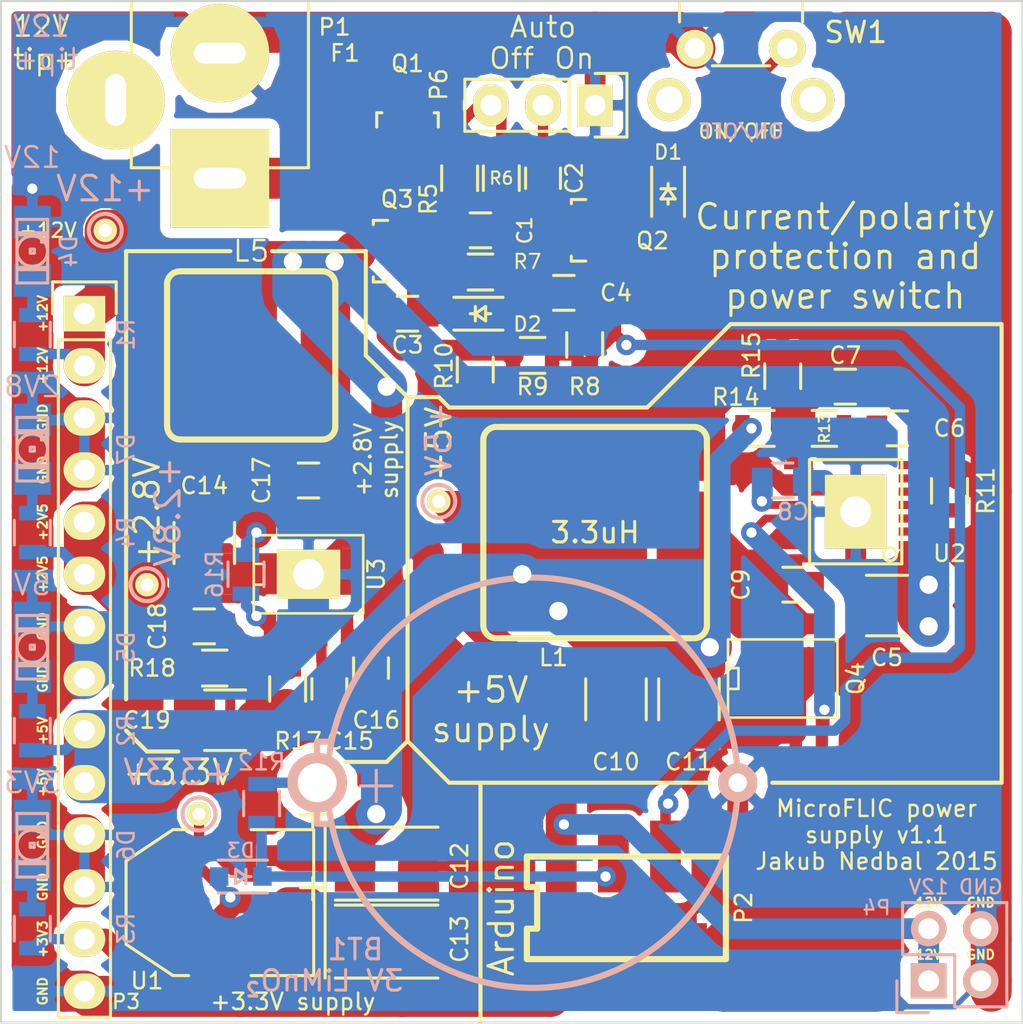
<source format=kicad_pcb>
(kicad_pcb (version 4) (host pcbnew 4.0.2-4+6225~38~ubuntu14.04.1-stable)
  (layers (0 F.Cu signal hide) (31 B.Cu signal) (34 B.Paste user) (35 F.Paste user) (36 B.SilkS user) (37 F.SilkS user) (38 B.Mask user) (39 F.Mask user) (44 Edge.Cuts user))
  (net 0 "")
  (net 1 "Net-(BT1-Pad1)")
  (net 2 GND)
  (net 3 "Net-(C1-Pad1)")
  (net 4 /electronicSwitch/PUSHBUTTON)
  (net 5 /electronicSwitch/AUTO)
  (net 6 +12V)
  (net 7 /electronicSwitch/CURLIM)
  (net 8 /electronicSwitch/DELAYED_OFF)
  (net 9 +5VP)
  (net 10 +3V3)
  (net 11 +2V5)
  (net 12 /electronicSwitch/MCU_OFF)
  (net 13 /electronicSwitch/V_IN)
  (net 14 /electronicSwitch/V_5AMP)
  (net 15 +BATT)
  (net 16 /electronicSwitch/V_PROTECTED)
  (net 17 "/Power Supply/SS")
  (net 18 "/Power Supply/VBST")
  (net 19 "/Power Supply/VFB")
  (net 20 "/Power Supply/EN")
  (net 21 "/Power Supply/COMP")
  (net 22 "/Power Supply/C7R8")
  (net 23 "/Power Supply/FB")
  (net 24 "/Power Supply/BST")
  (net 25 "/Power Supply/LD")
  (net 26 "/Power Supply/RT")
  (net 27 "/Power Supply/SW5")
  (net 28 "/Power Supply/SW2.8")
  (net 29 "/Power Supply/VREG5")
  (net 30 "/Power Supply/VREG2.8")
  (net 31 "Net-(D4-Pad2)")
  (net 32 "Net-(D5-Pad2)")
  (net 33 "Net-(D6-Pad2)")
  (net 34 "Net-(D7-Pad2)")
  (module Fuse_Holders_and_Fuses:Fuse_SMD1206_HandSoldering (layer F.Cu) (at 116.84 106.68 90)
    (fp_text reference F1 (at 4.064 0 180) (layer F.SilkS) (effects (font (size 0.8 0.8) (thickness 0.12))))
    (fp_text value F5A hide)
    (pad 1 smd rect (at -2.08534 0 180) (size 2.02946 2.65176) (layers F.Cu F.Paste F.Mask) (net 13 /electronicSwitch/V_IN))
    (pad 2 smd rect (at 2.08534 0 180) (size 2.02946 2.65176) (layers F.Cu F.Paste F.Mask) (net 14 /electronicSwitch/V_5AMP))
  )
  (module LEDs:LED-1206 (layer B.Cu) (at 101.6 112.268 270)
    (fp_text reference D4 (at 0 -1.778 270) (layer B.SilkS) (effects (font (size 0.8 0.8) (thickness 0.12)) (justify mirror)))
    (fp_text value LED hide)
    (pad 2 smd rect (at 1.41986 0 90) (size 1.59766 1.80086) (layers B.Cu B.Paste B.Mask) (net 31 "Net-(D4-Pad2)"))
    (pad 1 smd rect (at -1.41986 0 90) (size 1.59766 1.80086) (layers B.Cu B.Paste B.Mask) (net 2 GND))
  )
  (module LEDs:LED-1206 (layer B.Cu) (at 101.6 141.224 270)
    (fp_text reference D6 (at 0 -4.572 270) (layer B.SilkS) (effects (font (size 0.8 0.8) (thickness 0.12)) (justify mirror)))
    (fp_text value LED hide)
    (pad 2 smd rect (at 1.41986 0 90) (size 1.59766 1.80086) (layers B.Cu B.Paste B.Mask) (net 33 "Net-(D6-Pad2)"))
    (pad 1 smd rect (at -1.41986 0 90) (size 1.59766 1.80086) (layers B.Cu B.Paste B.Mask) (net 2 GND))
  )
  (module LEDs:LED-1206 (layer B.Cu) (at 101.6 131.572 270)
    (fp_text reference D5 (at 0 -4.572 270) (layer B.SilkS) (effects (font (size 0.8 0.8) (thickness 0.12)) (justify mirror)))
    (fp_text value LED hide)
    (pad 2 smd rect (at 1.41986 0 90) (size 1.59766 1.80086) (layers B.Cu B.Paste B.Mask) (net 32 "Net-(D5-Pad2)"))
    (pad 1 smd rect (at -1.41986 0 90) (size 1.59766 1.80086) (layers B.Cu B.Paste B.Mask) (net 2 GND))
  )
  (module LEDs:LED-1206 (layer B.Cu) (at 101.6 121.92 270)
    (fp_text reference D7 (at 0 -4.572 270) (layer B.SilkS) (effects (font (size 0.8 0.8) (thickness 0.12)) (justify mirror)))
    (fp_text value LED hide)
    (pad 2 smd rect (at 1.41986 0 90) (size 1.59766 1.80086) (layers B.Cu B.Paste B.Mask) (net 34 "Net-(D7-Pad2)"))
    (pad 1 smd rect (at -1.41986 0 90) (size 1.59766 1.80086) (layers B.Cu B.Paste B.Mask) (net 2 GND))
  )
  (module jakub:ML2016 (layer B.Cu) (at 125.984 138.176 180)
    (fp_text reference BT1 (at 8.636 -8.128 360) (layer B.SilkS) (effects (justify mirror)))
    (fp_text value "3V LiMnO₂" (at 10.16 -9.652 180) (layer B.SilkS) (effects (justify mirror)))
    (fp_text user + (at 7.62 0 180) (layer B.SilkS) (effects (font (size 2 2)) (justify mirror)))
    (pad 1 thru_hole circle (at 10.5 0 180) (size 2.9 2.9) (drill 1.9) (layers *.Cu *.Mask B.SilkS) (net 1 "Net-(BT1-Pad1)"))
    (pad 2 thru_hole circle (at -10 0 180) (size 1.9 1.9) (drill 0.9) (layers *.Cu *.Mask B.SilkS) (net 2 GND))
  )
  (module jakub:IHLP-4040DZ-01 (layer F.Cu) (at 129.032 125.984 180)
    (fp_text reference L1 (at 2.032 -6.096 360) (layer F.SilkS) (effects (font (size 0.8 0.8) (thickness 0.12))))
    (fp_text value 3.3uH (at 0 0 180) (layer F.SilkS))
    (pad 1 smd rect (at -4.75 0 180) (size 3.5 4) (layers F.Cu F.Paste F.Mask) (net 27 "/Power Supply/SW5"))
    (pad 2 smd rect (at 4.75 0 180) (size 3.5 4) (layers F.Cu F.Paste F.Mask) (net 9 +5VP))
  )
  (module jakub:IHLP-3232CZ-11 (layer F.Cu) (at 112.268 117.348 180)
    (fp_text reference L5 (at 0 5.08 180) (layer F.SilkS) (effects (font (thickness 0.12))))
    (fp_text value 2.2uH hide)
    (pad 1 smd rect (at -3.6195 0 180) (size 2.413 5.334) (layers F.Cu F.Paste F.Mask) (net 28 "/Power Supply/SW2.8"))
    (pad 2 smd rect (at 3.6195 0 180) (size 2.413 5.334) (layers F.Cu F.Paste F.Mask) (net 11 +2V5))
  )
  (module Connect:JACK_ALIM (layer F.Cu) (at 110.744 102.616 270)
    (fp_text reference P1 (at -1.27 -5.588 360) (layer F.SilkS) (effects (font (size 0.8 0.8) (thickness 0.12))))
    (fp_text value "DC jack" hide)
    (pad 2 thru_hole circle (at 0 0 270) (size 4.8006 4.8006) (drill oval 1.016 2.54) (layers *.Cu *.Mask F.SilkS) (net 2 GND))
    (pad 1 thru_hole rect (at 6.096 0 270) (size 4.8006 4.8006) (drill oval 1.016 2.54) (layers *.Cu *.Mask F.SilkS) (net 13 /electronicSwitch/V_IN))
    (pad 3 thru_hole circle (at 2.286 5.08 270) (size 4.8006 4.8006) (drill oval 2.54 1.016) (layers *.Cu *.Mask F.SilkS))
  )
  (module jakub:7-188275-6 (layer F.Cu) (at 130.556 144.272)
    (fp_text reference P2 (at 5.715 0 90) (layer F.SilkS) (effects (font (size 0.8 0.8) (thickness 0.12))))
    (fp_text value "6-way Micro-MaTch" hide)
    (pad 1 smd rect (at -3.175 -2.5) (size 1.5 3.5) (layers F.Cu F.Paste F.Mask) (net 6 +12V))
    (pad 2 smd rect (at -1.905 2.5) (size 1.5 3.5) (layers F.Cu F.Paste F.Mask) (net 2 GND))
    (pad 3 smd rect (at -0.635 -2.5) (size 1.5 3.5) (layers F.Cu F.Paste F.Mask) (net 15 +BATT))
    (pad 4 smd rect (at 0.635 2.5) (size 1.5 3.5) (layers F.Cu F.Paste F.Mask) (net 2 GND))
    (pad 5 smd rect (at 1.905 -2.5) (size 1.5 3.5) (layers F.Cu F.Paste F.Mask) (net 12 /electronicSwitch/MCU_OFF))
    (pad 6 smd rect (at 3.175 2.5) (size 1.5 3.5) (layers F.Cu F.Paste F.Mask) (net 2 GND))
  )
  (module Pin_Headers:Pin_Header_Straight_1x03 (layer F.Cu) (at 129.032 105.156 270)
    (fp_text reference P6 (at -1.016 7.62 270) (layer F.SilkS) (effects (font (size 0.8 0.8) (thickness 0.12))))
    (fp_text value "1x3 header strip" hide)
    (pad 1 thru_hole rect (at 0 0 270) (size 2.032 1.7272) (drill 1.016) (layers *.Cu *.Mask F.SilkS) (net 2 GND))
    (pad 2 thru_hole oval (at 0 2.54 270) (size 2.032 1.7272) (drill 1.016) (layers *.Cu *.Mask F.SilkS) (net 5 /electronicSwitch/AUTO))
    (pad 3 thru_hole oval (at 0 5.08 270) (size 2.032 1.7272) (drill 1.016) (layers *.Cu *.Mask F.SilkS) (net 16 /electronicSwitch/V_PROTECTED))
  )
  (module jakub:tactileSwitchRA (layer F.Cu) (at 136.144 103.632)
    (fp_text reference SW1 (at 5.588 -2.032) (layer F.SilkS))
    (fp_text value "Tactile switch R/A" hide)
    (pad 2 thru_hole circle (at 2.25 -1.25) (size 1.8 1.8) (drill 1) (layers *.Cu *.Mask F.SilkS) (net 4 /electronicSwitch/PUSHBUTTON))
    (pad 1 thru_hole circle (at -2.25 -1.25) (size 1.8 1.8) (drill 1) (layers *.Cu *.Mask F.SilkS) (net 2 GND))
    (pad 4 thru_hole circle (at 3.5 1.25) (size 2.1 2.1) (drill 1.3) (layers *.Cu *.Mask F.SilkS))
    (pad 3 thru_hole circle (at -3.5 1.25) (size 2.1 2.1) (drill 1.3) (layers *.Cu *.Mask F.SilkS))
  )
  (module SMD_Packages:SOT-223 (layer F.Cu) (at 110.744 144.018 90)
    (fp_text reference U1 (at -3.81 -3.556 180) (layer F.SilkS) (effects (font (size 0.8 0.8) (thickness 0.12))))
    (fp_text value AP1117E33 hide)
    (pad 4 smd rect (at 0 -3.302 90) (size 3.6576 2.032) (layers F.Cu F.Paste F.Mask))
    (pad 2 smd rect (at 0 3.302 90) (size 1.016 2.032) (layers F.Cu F.Paste F.Mask) (net 10 +3V3))
    (pad 3 smd rect (at 2.286 3.302 90) (size 1.016 2.032) (layers F.Cu F.Paste F.Mask) (net 9 +5VP))
    (pad 1 smd rect (at -2.286 3.302 90) (size 1.016 2.032) (layers F.Cu F.Paste F.Mask) (net 2 GND))
  )
  (module Capacitors_SMD:C_0805 (layer F.Cu) (at 118.11 132.588 270)
    (fp_text reference C16 (at 2.54 -0.254 360) (layer F.SilkS) (effects (font (size 0.8 0.8) (thickness 0.12))))
    (fp_text value 8n2 hide)
    (pad 1 smd rect (at -1 0 270) (size 1 1.25) (layers F.Cu F.Paste F.Mask) (net 17 "/Power Supply/SS"))
    (pad 2 smd rect (at 1 0 270) (size 1 1.25) (layers F.Cu F.Paste F.Mask) (net 2 GND))
  )
  (module Capacitors_SMD:C_0805 (layer F.Cu) (at 116.078 133.604 270)
    (fp_text reference C15 (at 2.54 -1.016 360) (layer F.SilkS) (effects (font (size 0.8 0.8) (thickness 0.12))))
    (fp_text value 1u/50V hide)
    (pad 1 smd rect (at -1 0 270) (size 1 1.25) (layers F.Cu F.Paste F.Mask) (net 30 "/Power Supply/VREG2.8"))
    (pad 2 smd rect (at 1 0 270) (size 1 1.25) (layers F.Cu F.Paste F.Mask) (net 2 GND))
  )
  (module Resistors_SMD:R_0805 (layer F.Cu) (at 114.046 133.604 270)
    (fp_text reference R17 (at 2.54 -0.508 360) (layer F.SilkS) (effects (font (size 0.8 0.8) (thickness 0.12))))
    (fp_text value 12k hide)
    (pad 1 smd rect (at -0.95 0 270) (size 0.7 1.3) (layers F.Cu F.Paste F.Mask) (net 19 "/Power Supply/VFB"))
    (pad 2 smd rect (at 0.95 0 270) (size 0.7 1.3) (layers F.Cu F.Paste F.Mask) (net 2 GND))
  )
  (module Capacitors_SMD:C_1210 (layer F.Cu) (at 110.998 135.128)
    (fp_text reference C19 (at -3.81 0) (layer F.SilkS) (effects (font (size 0.8 0.8) (thickness 0.12))))
    (fp_text value 47u/16V hide)
    (pad 1 smd rect (at -1.5 0) (size 1 2.5) (layers F.Cu F.Paste F.Mask) (net 11 +2V5))
    (pad 2 smd rect (at 1.5 0) (size 1 2.5) (layers F.Cu F.Paste F.Mask) (net 2 GND))
  )
  (module Resistors_SMD:R_0805 (layer F.Cu) (at 110.49 132.588)
    (fp_text reference R18 (at -3.048 0) (layer F.SilkS) (effects (font (size 0.8 0.8) (thickness 0.12))))
    (fp_text value 33k hide)
    (pad 1 smd rect (at -0.95 0) (size 0.7 1.3) (layers F.Cu F.Paste F.Mask) (net 11 +2V5))
    (pad 2 smd rect (at 0.95 0) (size 0.7 1.3) (layers F.Cu F.Paste F.Mask) (net 19 "/Power Supply/VFB"))
  )
  (module Capacitors_SMD:C_1210 (layer F.Cu) (at 109.982 126.492 270)
    (fp_text reference C14 (at -2.794 0 360) (layer F.SilkS) (effects (font (size 0.8 0.8) (thickness 0.12))))
    (fp_text value 22u/25V hide)
    (pad 1 smd rect (at -1.5 0 270) (size 1 2.5) (layers F.Cu F.Paste F.Mask) (net 6 +12V))
    (pad 2 smd rect (at 1.5 0 270) (size 1 2.5) (layers F.Cu F.Paste F.Mask) (net 2 GND))
  )
  (module Capacitors_SMD:C_0805 (layer F.Cu) (at 109.982 130.556)
    (fp_text reference C18 (at -2.286 0 90) (layer F.SilkS) (effects (font (size 0.8 0.8) (thickness 0.12))))
    (fp_text value 4p7 hide)
    (pad 1 smd rect (at -1 0) (size 1 1.25) (layers F.Cu F.Paste F.Mask) (net 11 +2V5))
    (pad 2 smd rect (at 1 0) (size 1 1.25) (layers F.Cu F.Paste F.Mask) (net 19 "/Power Supply/VFB"))
  )
  (module Capacitors_SMD:C_0805 (layer F.Cu) (at 123.444 111.252 180)
    (fp_text reference C1 (at -2.159 0 270) (layer F.SilkS) (effects (font (size 0.7 0.7) (thickness 0.11))))
    (fp_text value 1u/50V hide)
    (pad 1 smd rect (at -1 0 180) (size 1 1.25) (layers F.Cu F.Paste F.Mask) (net 3 "Net-(C1-Pad1)"))
    (pad 2 smd rect (at 1 0 180) (size 1 1.25) (layers F.Cu F.Paste F.Mask) (net 4 /electronicSwitch/PUSHBUTTON))
  )
  (module Capacitors_SMD:C_0805 (layer F.Cu) (at 126.492 108.712 90)
    (fp_text reference C2 (at 0 1.524 90) (layer F.SilkS) (effects (font (size 0.8 0.8) (thickness 0.12))))
    (fp_text value 100n hide)
    (pad 1 smd rect (at -1 0 90) (size 1 1.25) (layers F.Cu F.Paste F.Mask) (net 3 "Net-(C1-Pad1)"))
    (pad 2 smd rect (at 1 0 90) (size 1 1.25) (layers F.Cu F.Paste F.Mask) (net 5 /electronicSwitch/AUTO))
  )
  (module Capacitors_SMD:C_0805 (layer F.Cu) (at 119.888 115.316)
    (fp_text reference C3 (at 0 1.524) (layer F.SilkS) (effects (font (size 0.8 0.8) (thickness 0.12))))
    (fp_text value 10n hide)
    (pad 1 smd rect (at -1 0) (size 1 1.25) (layers F.Cu F.Paste F.Mask) (net 6 +12V))
    (pad 2 smd rect (at 1 0) (size 1 1.25) (layers F.Cu F.Paste F.Mask) (net 7 /electronicSwitch/CURLIM))
  )
  (module Capacitors_SMD:C_0805 (layer F.Cu) (at 127.508 114.3)
    (fp_text reference C4 (at 2.54 0) (layer F.SilkS) (effects (font (size 0.8 0.8) (thickness 0.12))))
    (fp_text value 4u7/25V hide)
    (pad 1 smd rect (at -1 0) (size 1 1.25) (layers F.Cu F.Paste F.Mask) (net 6 +12V))
    (pad 2 smd rect (at 1 0) (size 1 1.25) (layers F.Cu F.Paste F.Mask) (net 8 /electronicSwitch/DELAYED_OFF))
  )
  (module Capacitors_SMD:C_1210 (layer F.Cu) (at 143.256 129.54 180)
    (fp_text reference C5 (at 0 -2.54 180) (layer F.SilkS) (effects (font (size 0.8 0.8) (thickness 0.12))))
    (fp_text value 22u/25V hide)
    (pad 1 smd rect (at -1.5 0 180) (size 1 2.5) (layers F.Cu F.Paste F.Mask) (net 6 +12V))
    (pad 2 smd rect (at 1.5 0 180) (size 1 2.5) (layers F.Cu F.Paste F.Mask) (net 2 GND))
  )
  (module Capacitors_Tantalum_SMD:TantalC_SizeB_EIA-3528_Reflow (layer F.Cu) (at 118.872 142.24)
    (fp_text reference C12 (at 3.556 0 90) (layer F.SilkS) (effects (font (size 0.8 0.8) (thickness 0.12))))
    (fp_text value 10u/10V/0.15Ω<ESR<0.5Ω hide)
    (pad 2 smd rect (at 1.5494 0) (size 1.95072 2.49936) (layers F.Cu F.Paste F.Mask) (net 2 GND))
    (pad 1 smd rect (at -1.5494 0) (size 1.95072 2.49936) (layers F.Cu F.Paste F.Mask) (net 9 +5VP))
  )
  (module Capacitors_SMD:C_0805 (layer F.Cu) (at 143.764 120.904 180)
    (fp_text reference C6 (at -2.54 0 180) (layer F.SilkS) (effects (font (size 0.8 0.8) (thickness 0.12))))
    (fp_text value 680p hide)
    (pad 1 smd rect (at -1 0 180) (size 1 1.25) (layers F.Cu F.Paste F.Mask) (net 21 "/Power Supply/COMP"))
    (pad 2 smd rect (at 1 0 180) (size 1 1.25) (layers F.Cu F.Paste F.Mask) (net 22 "/Power Supply/C7R8"))
  )
  (module Capacitors_Tantalum_SMD:TantalC_SizeB_EIA-3528_Reflow (layer F.Cu) (at 118.872 145.796)
    (fp_text reference C13 (at 3.556 0 90) (layer F.SilkS) (effects (font (size 0.8 0.8) (thickness 0.12))))
    (fp_text value 10u/10V/0.15Ω<ESR<0.5Ω hide)
    (pad 2 smd rect (at 1.5494 0) (size 1.95072 2.49936) (layers F.Cu F.Paste F.Mask) (net 2 GND))
    (pad 1 smd rect (at -1.5494 0) (size 1.95072 2.49936) (layers F.Cu F.Paste F.Mask) (net 10 +3V3))
  )
  (module Capacitors_SMD:C_0805 (layer F.Cu) (at 141.224 118.872 180)
    (fp_text reference C7 (at 0 1.524 180) (layer F.SilkS) (effects (font (size 0.8 0.8) (thickness 0.12))))
    (fp_text value 1p5 hide)
    (pad 1 smd rect (at -1 0 180) (size 1 1.25) (layers F.Cu F.Paste F.Mask) (net 21 "/Power Supply/COMP"))
    (pad 2 smd rect (at 1 0 180) (size 1 1.25) (layers F.Cu F.Paste F.Mask) (net 23 "/Power Supply/FB"))
  )
  (module Capacitors_SMD:C_0805 (layer B.Cu) (at 138.176 123.444)
    (fp_text reference C8 (at 0.508 1.524) (layer B.SilkS) (effects (font (size 0.8 0.8) (thickness 0.12)) (justify mirror)))
    (fp_text value 1u/50V hide)
    (pad 1 smd rect (at -1 0) (size 1 1.25) (layers B.Cu B.Paste B.Mask) (net 29 "/Power Supply/VREG5"))
    (pad 2 smd rect (at 1 0) (size 1 1.25) (layers B.Cu B.Paste B.Mask) (net 2 GND))
  )
  (module Capacitors_SMD:C_0805 (layer F.Cu) (at 138.684 128.524 180)
    (fp_text reference C9 (at 2.54 0 270) (layer F.SilkS) (effects (font (size 0.8 0.8) (thickness 0.12))))
    (fp_text value 100n hide)
    (pad 1 smd rect (at -1 0 180) (size 1 1.25) (layers F.Cu F.Paste F.Mask) (net 24 "/Power Supply/BST"))
    (pad 2 smd rect (at 1 0 180) (size 1 1.25) (layers F.Cu F.Paste F.Mask) (net 27 "/Power Supply/SW5"))
  )
  (module Capacitors_SMD:C_1210 (layer F.Cu) (at 130.048 134.112 270)
    (fp_text reference C10 (at 3.048 0 360) (layer F.SilkS) (effects (font (size 0.8 0.8) (thickness 0.12))))
    (fp_text value 47u/16V hide)
    (pad 1 smd rect (at -1.5 0 270) (size 1 2.5) (layers F.Cu F.Paste F.Mask) (net 9 +5VP))
    (pad 2 smd rect (at 1.5 0 270) (size 1 2.5) (layers F.Cu F.Paste F.Mask) (net 2 GND))
  )
  (module Capacitors_SMD:C_1210 (layer F.Cu) (at 133.604 134.112 270)
    (fp_text reference C11 (at 3.048 0 360) (layer F.SilkS) (effects (font (size 0.8 0.8) (thickness 0.12))))
    (fp_text value 47u/16V hide)
    (pad 1 smd rect (at -1.5 0 270) (size 1 2.5) (layers F.Cu F.Paste F.Mask) (net 9 +5VP))
    (pad 2 smd rect (at 1.5 0 270) (size 1 2.5) (layers F.Cu F.Paste F.Mask) (net 2 GND))
  )
  (module Capacitors_SMD:C_0805 (layer F.Cu) (at 115.062 123.444 180)
    (fp_text reference C17 (at 2.286 0 270) (layer F.SilkS) (effects (font (size 0.8 0.8) (thickness 0.12))))
    (fp_text value 100n hide)
    (pad 1 smd rect (at -1 0 180) (size 1 1.25) (layers F.Cu F.Paste F.Mask) (net 28 "/Power Supply/SW2.8"))
    (pad 2 smd rect (at 1 0 180) (size 1 1.25) (layers F.Cu F.Paste F.Mask) (net 18 "/Power Supply/VBST"))
  )
  (module Resistors_SMD:R_0805 (layer F.Cu) (at 122.428 108.712 270)
    (fp_text reference R5 (at 1.016 1.524 270) (layer F.SilkS) (effects (font (size 0.8 0.8) (thickness 0.12))))
    (fp_text value 100k hide)
    (pad 1 smd rect (at -0.95 0 270) (size 0.7 1.3) (layers F.Cu F.Paste F.Mask) (net 16 /electronicSwitch/V_PROTECTED))
    (pad 2 smd rect (at 0.95 0 270) (size 0.7 1.3) (layers F.Cu F.Paste F.Mask) (net 4 /electronicSwitch/PUSHBUTTON))
  )
  (module Resistors_SMD:R_0805 (layer F.Cu) (at 124.46 108.712 270)
    (fp_text reference R6 (at 0 0 360) (layer F.SilkS) (effects (font (size 0.6 0.6) (thickness 0.1))))
    (fp_text value 100k hide)
    (pad 1 smd rect (at -0.95 0 270) (size 0.7 1.3) (layers F.Cu F.Paste F.Mask) (net 16 /electronicSwitch/V_PROTECTED))
    (pad 2 smd rect (at 0.95 0 270) (size 0.7 1.3) (layers F.Cu F.Paste F.Mask) (net 3 "Net-(C1-Pad1)"))
  )
  (module Resistors_SMD:R_0805 (layer F.Cu) (at 123.444 113.284 180)
    (fp_text reference R7 (at -2.286 0.508 180) (layer F.SilkS) (effects (font (size 0.7 0.7) (thickness 0.1))))
    (fp_text value 100k hide)
    (pad 1 smd rect (at -0.95 0 180) (size 0.7 1.3) (layers F.Cu F.Paste F.Mask) (net 3 "Net-(C1-Pad1)"))
    (pad 2 smd rect (at 0.95 0 180) (size 0.7 1.3) (layers F.Cu F.Paste F.Mask) (net 7 /electronicSwitch/CURLIM))
  )
  (module Resistors_SMD:R_0805 (layer F.Cu) (at 128.524 116.84 270)
    (fp_text reference R8 (at 2.032 0 360) (layer F.SilkS) (effects (font (size 0.8 0.8) (thickness 0.12))))
    (fp_text value 270k hide)
    (pad 1 smd rect (at -0.95 0 270) (size 0.7 1.3) (layers F.Cu F.Paste F.Mask) (net 8 /electronicSwitch/DELAYED_OFF))
    (pad 2 smd rect (at 0.95 0 270) (size 0.7 1.3) (layers F.Cu F.Paste F.Mask) (net 12 /electronicSwitch/MCU_OFF))
  )
  (module Resistors_SMD:R_0805 (layer F.Cu) (at 125.984 117.348)
    (fp_text reference R9 (at 0 1.524) (layer F.SilkS) (effects (font (size 0.8 0.8) (thickness 0.12))))
    (fp_text value 100k hide)
    (pad 1 smd rect (at -0.95 0) (size 0.7 1.3) (layers F.Cu F.Paste F.Mask) (net 6 +12V))
    (pad 2 smd rect (at 0.95 0) (size 0.7 1.3) (layers F.Cu F.Paste F.Mask) (net 12 /electronicSwitch/MCU_OFF))
  )
  (module Resistors_SMD:R_0805 (layer F.Cu) (at 146.304 123.952 270)
    (fp_text reference R11 (at 0 -1.778 270) (layer F.SilkS) (effects (font (size 0.8 0.8) (thickness 0.12))))
    (fp_text value 82k hide)
    (pad 1 smd rect (at -0.95 0 270) (size 0.7 1.3) (layers F.Cu F.Paste F.Mask) (net 2 GND))
    (pad 2 smd rect (at 0.95 0 270) (size 0.7 1.3) (layers F.Cu F.Paste F.Mask) (net 26 "/Power Supply/RT"))
  )
  (module Resistors_SMD:R_0805 (layer B.Cu) (at 112.776 139.192 90)
    (fp_text reference R12 (at 2.032 0 180) (layer B.SilkS) (effects (font (size 0.8 0.8) (thickness 0.12)) (justify mirror)))
    (fp_text value 470R hide)
    (pad 1 smd rect (at -0.95 0 90) (size 0.7 1.3) (layers B.Cu B.Paste B.Mask) (net 15 +BATT))
    (pad 2 smd rect (at 0.95 0 90) (size 0.7 1.3) (layers B.Cu B.Paste B.Mask) (net 1 "Net-(BT1-Pad1)"))
  )
  (module Resistors_SMD:R_0805 (layer F.Cu) (at 140.208 120.904 180)
    (fp_text reference R13 (at 0 0 270) (layer F.SilkS) (effects (font (size 0.5 0.5) (thickness 0.1))))
    (fp_text value 82k hide)
    (pad 1 smd rect (at -0.95 0 180) (size 0.7 1.3) (layers F.Cu F.Paste F.Mask) (net 22 "/Power Supply/C7R8"))
    (pad 2 smd rect (at 0.95 0 180) (size 0.7 1.3) (layers F.Cu F.Paste F.Mask) (net 23 "/Power Supply/FB"))
  )
  (module Resistors_SMD:R_0805 (layer F.Cu) (at 137.16 120.904)
    (fp_text reference R14 (at -1.27 -1.524) (layer F.SilkS) (effects (font (size 0.8 0.8) (thickness 0.12))))
    (fp_text value 22k hide)
    (pad 1 smd rect (at -0.95 0) (size 0.7 1.3) (layers F.Cu F.Paste F.Mask) (net 9 +5VP))
    (pad 2 smd rect (at 0.95 0) (size 0.7 1.3) (layers F.Cu F.Paste F.Mask) (net 23 "/Power Supply/FB"))
  )
  (module Resistors_SMD:R_0805 (layer F.Cu) (at 138.176 118.364 90)
    (fp_text reference R15 (at 1.016 -1.524 90) (layer F.SilkS) (effects (font (size 0.8 0.8) (thickness 0.12))))
    (fp_text value 3k hide)
    (pad 1 smd rect (at -0.95 0 90) (size 0.7 1.3) (layers F.Cu F.Paste F.Mask) (net 23 "/Power Supply/FB"))
    (pad 2 smd rect (at 0.95 0 90) (size 0.7 1.3) (layers F.Cu F.Paste F.Mask) (net 2 GND))
  )
  (module Resistors_SMD:R_0805 (layer B.Cu) (at 112.014 128.016 270)
    (fp_text reference R16 (at 0 1.524 270) (layer B.SilkS) (effects (font (size 0.8 0.8) (thickness 0.12)) (justify mirror)))
    (fp_text value 10k)
    (pad 1 smd rect (at -0.95 0 270) (size 0.7 1.3) (layers B.Cu B.Paste B.Mask) (net 6 +12V))
    (pad 2 smd rect (at 0.95 0 270) (size 0.7 1.3) (layers B.Cu B.Paste B.Mask) (net 20 "/Power Supply/EN"))
  )
  (module jakub:PDSO8 (layer F.Cu) (at 115.062 128.016)
    (fp_text reference U3 (at 3.302 0 90) (layer F.SilkS) (effects (font (size 0.8 0.8) (thickness 0.12))))
    (fp_text value TPS54428 hide)
    (pad 8 smd rect (at -1.875 -2.7) (size 0.6 1.6) (layers F.Cu F.Paste F.Mask) (net 6 +12V))
    (pad 1 smd rect (at -1.875 2.7) (size 0.6 1.6) (layers F.Cu F.Paste F.Mask) (net 20 "/Power Supply/EN"))
    (pad 7 smd rect (at -0.625 -2.7) (size 0.6 1.6) (layers F.Cu F.Paste F.Mask) (net 18 "/Power Supply/VBST"))
    (pad 6 smd rect (at 0.625 -2.7) (size 0.6 1.6) (layers F.Cu F.Paste F.Mask) (net 28 "/Power Supply/SW2.8"))
    (pad 5 smd rect (at 1.875 -2.7) (size 0.6 1.6) (layers F.Cu F.Paste F.Mask) (net 2 GND))
    (pad 2 smd rect (at -0.625 2.7) (size 0.6 1.6) (layers F.Cu F.Paste F.Mask) (net 19 "/Power Supply/VFB"))
    (pad 3 smd rect (at 0.625 2.7) (size 0.6 1.6) (layers F.Cu F.Paste F.Mask) (net 30 "/Power Supply/VREG2.8"))
    (pad 4 smd rect (at 1.875 2.7) (size 0.6 1.6) (layers F.Cu F.Paste F.Mask) (net 17 "/Power Supply/SS"))
    (pad 9 thru_hole rect (at 0 0) (size 3.1 2.4) (drill 1.5) (layers *.Cu *.Mask F.SilkS) (net 2 GND))
  )
  (module Resistors_SMD:R_0805 (layer B.Cu) (at 101.6 116.332 90)
    (fp_text reference R1 (at 0 4.572 90) (layer B.SilkS) (effects (font (size 0.8 0.8) (thickness 0.12)) (justify mirror)))
    (fp_text value 10k hide)
    (pad 1 smd rect (at -0.95 0 90) (size 0.7 1.3) (layers B.Cu B.Paste B.Mask) (net 6 +12V))
    (pad 2 smd rect (at 0.95 0 90) (size 0.7 1.3) (layers B.Cu B.Paste B.Mask) (net 31 "Net-(D4-Pad2)"))
  )
  (module Resistors_SMD:R_0805 (layer B.Cu) (at 101.6 135.636 90)
    (fp_text reference R2 (at 0 4.572 90) (layer B.SilkS) (effects (font (size 0.8 0.8) (thickness 0.12)) (justify mirror)))
    (fp_text value 3k hide)
    (pad 1 smd rect (at -0.95 0 90) (size 0.7 1.3) (layers B.Cu B.Paste B.Mask) (net 9 +5VP))
    (pad 2 smd rect (at 0.95 0 90) (size 0.7 1.3) (layers B.Cu B.Paste B.Mask) (net 32 "Net-(D5-Pad2)"))
  )
  (module Resistors_SMD:R_0805 (layer B.Cu) (at 101.6 145.288 90)
    (fp_text reference R3 (at 0 4.572 90) (layer B.SilkS) (effects (font (size 0.8 0.8) (thickness 0.12)) (justify mirror)))
    (fp_text value 1k5 hide)
    (pad 1 smd rect (at -0.95 0 90) (size 0.7 1.3) (layers B.Cu B.Paste B.Mask) (net 10 +3V3))
    (pad 2 smd rect (at 0.95 0 90) (size 0.7 1.3) (layers B.Cu B.Paste B.Mask) (net 33 "Net-(D6-Pad2)"))
  )
  (module Resistors_SMD:R_0805 (layer B.Cu) (at 101.6 125.984 90)
    (fp_text reference R4 (at 0 4.572 90) (layer B.SilkS) (effects (font (size 0.8 0.8) (thickness 0.12)) (justify mirror)))
    (fp_text value 1k hide)
    (pad 1 smd rect (at -0.95 0 90) (size 0.7 1.3) (layers B.Cu B.Paste B.Mask) (net 11 +2V5))
    (pad 2 smd rect (at 0.95 0 90) (size 0.7 1.3) (layers B.Cu B.Paste B.Mask) (net 34 "Net-(D7-Pad2)"))
  )
  (module Connect:PINTST (layer F.Cu) (at 105.156 111.252)
    (fp_text reference PP1 hide)
    (fp_text value +12V (at -2.794 0) (layer F.SilkS) (effects (font (size 0.7 0.7) (thickness 0.11))))
    (pad 1 thru_hole circle (at 0 0) (size 1.143 1.143) (drill 0.635) (layers *.Cu *.Mask F.SilkS) (net 6 +12V))
  )
  (module Connect:PINTST (layer F.Cu) (at 121.412 124.46)
    (fp_text reference PP2 hide)
    (fp_text value +5V (at 0 -2.794 90) (layer F.SilkS) (effects (font (size 1.2 1.2))))
    (pad 1 thru_hole circle (at 0 0) (size 1.143 1.143) (drill 0.635) (layers *.Cu *.Mask F.SilkS) (net 9 +5VP))
  )
  (module Connect:PINTST (layer F.Cu) (at 109.728 139.7)
    (fp_text reference PP3 hide)
    (fp_text value +3.3V (at -1.016 -2.032) (layer F.SilkS) (effects (font (size 1.2 1.2))))
    (pad 1 thru_hole circle (at 0 0) (size 1.143 1.143) (drill 0.635) (layers *.Cu *.Mask F.SilkS) (net 10 +3V3))
  )
  (module Connect:PINTST (layer F.Cu) (at 107.188 128.524)
    (fp_text reference PP4 hide)
    (fp_text value +2.8V (at 0 -3.556 90) (layer F.SilkS) (effects (font (size 1.2 1.2))))
    (pad 1 thru_hole circle (at 0 0) (size 1.143 1.143) (drill 0.635) (layers *.Cu *.Mask F.SilkS) (net 11 +2V5))
  )
  (module "jakub:SSOP-16(EP)" (layer F.Cu) (at 141.732 124.968 90)
    (fp_text reference U2 (at -2.032 4.572 180) (layer F.SilkS) (effects (font (size 0.8 0.8) (thickness 0.12))))
    (fp_text value ADP2381 hide)
    (pad 1 smd rect (at -2.2606 2.794 90) (size 0.4 1.4) (layers F.Cu F.Paste F.Mask) (net 6 +12V))
    (pad 2 smd rect (at -1.6256 2.794 90) (size 0.4 1.4) (layers F.Cu F.Paste F.Mask) (net 6 +12V))
    (pad 3 smd rect (at -0.9652 2.794 90) (size 0.4 1.4) (layers F.Cu F.Paste F.Mask))
    (pad 4 smd rect (at -0.3302 2.794 90) (size 0.4 1.4) (layers F.Cu F.Paste F.Mask))
    (pad 5 smd rect (at 0.3302 2.794 90) (size 0.4 1.4) (layers F.Cu F.Paste F.Mask) (net 26 "/Power Supply/RT"))
    (pad 6 smd rect (at 0.9779 2.794 90) (size 0.4 1.4) (layers F.Cu F.Paste F.Mask) (net 2 GND))
    (pad 7 smd rect (at 1.6256 2.794 90) (size 0.4 1.4) (layers F.Cu F.Paste F.Mask))
    (pad 8 smd rect (at 2.2733 2.794 90) (size 0.4 1.4) (layers F.Cu F.Paste F.Mask) (net 21 "/Power Supply/COMP"))
    (pad 9 smd rect (at 2.2733 -2.794 90) (size 0.4 1.4) (layers F.Cu F.Paste F.Mask) (net 23 "/Power Supply/FB"))
    (pad 10 smd rect (at 1.6256 -2.794 90) (size 0.4 1.4) (layers F.Cu F.Paste F.Mask) (net 2 GND))
    (pad 11 smd rect (at 0.9779 -2.794 90) (size 0.4 1.4) (layers F.Cu F.Paste F.Mask) (net 2 GND))
    (pad 12 smd rect (at 0.3302 -2.794 90) (size 0.4 1.4) (layers F.Cu F.Paste F.Mask) (net 29 "/Power Supply/VREG5"))
    (pad 13 smd rect (at -0.3302 -2.794 90) (size 0.4 1.4) (layers F.Cu F.Paste F.Mask) (net 25 "/Power Supply/LD"))
    (pad 14 smd rect (at -0.9779 -2.794 90) (size 0.4 1.4) (layers F.Cu F.Paste F.Mask) (net 27 "/Power Supply/SW5"))
    (pad 15 smd rect (at -1.6256 -2.794 90) (size 0.4 1.4) (layers F.Cu F.Paste F.Mask) (net 27 "/Power Supply/SW5"))
    (pad 16 smd rect (at -2.2733 -2.794 90) (size 0.4 1.4) (layers F.Cu F.Paste F.Mask) (net 24 "/Power Supply/BST"))
    (pad 17 thru_hole rect (at 0 0 90) (size 3.6 3) (drill 1.5) (layers *.Cu *.Mask F.SilkS) (net 2 GND))
  )
  (module jakub:SO8_FDS6298 (layer F.Cu) (at 138.176 133.096)
    (fp_text reference Q4 (at 3.556 0 90) (layer F.SilkS) (effects (font (size 0.8 0.8) (thickness 0.12))))
    (fp_text value IRF8721 hide)
    (pad D smd rect (at -1.905 -2.667) (size 0.59944 1.39954) (layers F.Cu F.Paste F.Mask) (net 27 "/Power Supply/SW5"))
    (pad S smd rect (at -1.905 2.667) (size 0.59944 1.39954) (layers F.Cu F.Paste F.Mask) (net 2 GND))
    (pad D smd rect (at -0.635 -2.667) (size 0.59944 1.39954) (layers F.Cu F.Paste F.Mask) (net 27 "/Power Supply/SW5"))
    (pad D smd rect (at 0.635 -2.667) (size 0.59944 1.39954) (layers F.Cu F.Paste F.Mask) (net 27 "/Power Supply/SW5"))
    (pad D smd rect (at 1.905 -2.667) (size 0.59944 1.39954) (layers F.Cu F.Paste F.Mask) (net 27 "/Power Supply/SW5"))
    (pad S smd rect (at -0.635 2.667) (size 0.59944 1.39954) (layers F.Cu F.Paste F.Mask) (net 2 GND))
    (pad S smd rect (at 0.635 2.667) (size 0.59944 1.39954) (layers F.Cu F.Paste F.Mask) (net 2 GND))
    (pad G smd rect (at 1.905 2.667) (size 0.59944 1.39954) (layers F.Cu F.Paste F.Mask) (net 25 "/Power Supply/LD"))
  )
  (module jakub:SOT23GDS (layer F.Cu) (at 119.888 106.172)
    (fp_text reference Q1 (at 0 -3.048) (layer F.SilkS) (effects (font (size 0.8 0.8) (thickness 0.12))))
    (fp_text value SI2369 hide)
    (pad G smd rect (at -0.95 1.50114) (size 0.8001 1.80086) (layers F.Cu F.Paste F.Mask) (net 2 GND))
    (pad S smd rect (at 0.95 1.50114) (size 0.8001 1.80086) (layers F.Cu F.Paste F.Mask) (net 16 /electronicSwitch/V_PROTECTED))
    (pad D smd rect (at 0 -1.50114) (size 0.8001 1.80086) (layers F.Cu F.Paste F.Mask) (net 14 /electronicSwitch/V_5AMP))
  )
  (module jakub:SOT23GDS (layer F.Cu) (at 118.872 112.268 90)
    (fp_text reference Q3 (at 2.54 0.508 180) (layer F.SilkS) (effects (font (size 0.8 0.8) (thickness 0.12))))
    (fp_text value SI2369 hide)
    (pad G smd rect (at -0.95 1.50114 90) (size 0.8001 1.80086) (layers F.Cu F.Paste F.Mask) (net 7 /electronicSwitch/CURLIM))
    (pad S smd rect (at 0.95 1.50114 90) (size 0.8001 1.80086) (layers F.Cu F.Paste F.Mask) (net 16 /electronicSwitch/V_PROTECTED))
    (pad D smd rect (at 0 -1.50114 90) (size 0.8001 1.80086) (layers F.Cu F.Paste F.Mask) (net 6 +12V))
  )
  (module jakub:SOT23GDS (layer F.Cu) (at 128.524 111.252 90)
    (fp_text reference Q2 (at -0.508 3.302 180) (layer F.SilkS) (effects (font (size 0.8 0.8) (thickness 0.12))))
    (fp_text value TSM2314 hide)
    (pad G smd rect (at -0.95 1.50114 90) (size 0.8001 1.80086) (layers F.Cu F.Paste F.Mask) (net 8 /electronicSwitch/DELAYED_OFF))
    (pad S smd rect (at 0.95 1.50114 90) (size 0.8001 1.80086) (layers F.Cu F.Paste F.Mask) (net 2 GND))
    (pad D smd rect (at 0 -1.50114 90) (size 0.8001 1.80086) (layers F.Cu F.Paste F.Mask) (net 3 "Net-(C1-Pad1)"))
  )
  (module jakub:ESQ-114-33-S-G (layer F.Cu) (at 104.14 115.316)
    (fp_text reference P3 (at 2.032 33.528) (layer F.SilkS) (effects (font (size 0.7 0.7) (thickness 0.11))))
    (fp_text value "1x14 socket strip" hide)
    (pad 1 thru_hole rect (at 0 0) (size 2.032 1.7272) (drill 1.016) (layers *.Cu *.Mask F.SilkS) (net 6 +12V))
    (pad 2 thru_hole oval (at 0 2.54) (size 2.032 1.7272) (drill 1.016) (layers *.Cu *.Mask F.SilkS) (net 6 +12V))
    (pad 3 thru_hole oval (at 0 5.08) (size 2.032 1.7272) (drill 1.016) (layers *.Cu *.Mask F.SilkS) (net 2 GND))
    (pad 4 thru_hole oval (at 0 7.62) (size 2.032 1.7272) (drill 1.016) (layers *.Cu *.Mask F.SilkS) (net 2 GND))
    (pad 5 thru_hole oval (at 0 10.16) (size 2.032 1.7272) (drill 1.016) (layers *.Cu *.Mask F.SilkS) (net 11 +2V5))
    (pad 6 thru_hole oval (at 0 12.7) (size 2.032 1.7272) (drill 1.016) (layers *.Cu *.Mask F.SilkS) (net 11 +2V5))
    (pad 7 thru_hole oval (at 0 15.24) (size 2.032 1.7272) (drill 1.016) (layers *.Cu *.Mask F.SilkS) (net 2 GND))
    (pad 8 thru_hole oval (at 0 17.78) (size 2.032 1.7272) (drill 1.016) (layers *.Cu *.Mask F.SilkS) (net 2 GND))
    (pad 9 thru_hole oval (at 0 20.32) (size 2.032 1.7272) (drill 1.016) (layers *.Cu *.Mask F.SilkS) (net 9 +5VP))
    (pad 10 thru_hole oval (at 0 22.86) (size 2.032 1.7272) (drill 1.016) (layers *.Cu *.Mask F.SilkS) (net 9 +5VP))
    (pad 11 thru_hole oval (at 0 25.4) (size 2.032 1.7272) (drill 1.016) (layers *.Cu *.Mask F.SilkS) (net 2 GND))
    (pad 12 thru_hole oval (at 0 27.94) (size 2.032 1.7272) (drill 1.016) (layers *.Cu *.Mask F.SilkS) (net 2 GND))
    (pad 13 thru_hole oval (at 0 30.48) (size 2.032 1.7272) (drill 1.016) (layers *.Cu *.Mask F.SilkS) (net 10 +3V3))
    (pad 14 thru_hole oval (at 0 33.02) (size 2.032 1.7272) (drill 1.016) (layers *.Cu *.Mask F.SilkS) (net 2 GND))
  )
  (module jakub:ESQ-102-33-D-G (layer B.Cu) (at 145.288 147.828)
    (fp_text reference P4 (at -2.54 -3.556) (layer B.SilkS) (effects (font (size 0.7 0.7) (thickness 0.11)) (justify mirror)))
    (fp_text value "2x2 socket strip" hide)
    (pad 1 thru_hole rect (at 0 0) (size 1.7272 1.7272) (drill 1.016) (layers *.Cu *.Mask B.SilkS) (net 6 +12V))
    (pad 2 thru_hole oval (at 0 -2.54) (size 1.7272 1.7272) (drill 1.016) (layers *.Cu *.Mask B.SilkS) (net 6 +12V))
    (pad 3 thru_hole oval (at 2.54 0) (size 1.7272 1.7272) (drill 1.016) (layers *.Cu *.Mask B.SilkS) (net 2 GND))
    (pad 4 thru_hole oval (at 2.54 -2.54) (size 1.7272 1.7272) (drill 1.016) (layers *.Cu *.Mask B.SilkS) (net 2 GND))
  )
  (module Resistors_SMD:R_0805 (layer F.Cu) (at 123.19 118.044 270)
    (fp_text reference R10 (at -0.188 1.524 270) (layer F.SilkS) (effects (font (size 0.8 0.8) (thickness 0.12))))
    (fp_text value 10k hide)
    (pad 1 smd rect (at -0.95 0 270) (size 0.7 1.3) (layers F.Cu F.Paste F.Mask) (net 6 +12V))
    (pad 2 smd rect (at 0.95 0 270) (size 0.7 1.3) (layers F.Cu F.Paste F.Mask) (net 2 GND))
  )
  (module jakub:SOD-323 (layer F.Cu) (at 132.588 109.474 270)
    (fp_text reference D1 (at -2.032 0 360) (layer F.SilkS) (effects (font (size 0.7 0.7) (thickness 0.11))))
    (fp_text value 1N4148)
    (pad 1 smd rect (at -1.055 0 270) (size 0.9 0.9) (layers F.Cu F.Paste F.Mask) (net 4 /electronicSwitch/PUSHBUTTON))
    (pad 2 smd rect (at 1.055 0 270) (size 0.9 0.9) (layers F.Cu F.Paste F.Mask) (net 12 /electronicSwitch/MCU_OFF))
  )
  (module jakub:SOD-323 (layer F.Cu) (at 123.444 115.316)
    (fp_text reference D2 (at 2.286 0.508) (layer F.SilkS) (effects (font (size 0.7 0.7) (thickness 0.11))))
    (fp_text value 1N4148)
    (pad 1 smd rect (at -1.055 0) (size 0.9 0.9) (layers F.Cu F.Paste F.Mask) (net 7 /electronicSwitch/CURLIM))
    (pad 2 smd rect (at 1.055 0) (size 0.9 0.9) (layers F.Cu F.Paste F.Mask) (net 3 "Net-(C1-Pad1)"))
  )
  (module jakub:SOD-323 (layer B.Cu) (at 111.76 142.748 180)
    (fp_text reference D3 (at 0 1.27 180) (layer B.SilkS) (effects (font (size 0.7 0.7) (thickness 0.11)) (justify mirror)))
    (fp_text value 1N4148)
    (pad 1 smd rect (at -1.055 0 180) (size 0.9 0.9) (layers B.Cu B.Paste B.Mask) (net 15 +BATT))
    (pad 2 smd rect (at 1.055 0 180) (size 0.9 0.9) (layers B.Cu B.Paste B.Mask) (net 10 +3V3))
  )
  (gr_line (start 131.572 119.888) (end 121.92 119.888) (layer F.SilkS) (width 0.2))
  (gr_line (start 119.888 119.38) (end 121.412 119.38) (layer F.SilkS) (width 0.2))
  (gr_text "12V\ntip+" (at 100.584 102.108) (layer F.SilkS) (effects (font (size 1 1) (thickness 0.12)) (justify left)))
  (gr_text "12V\ntip+" (at 100.584 102.108) (layer B.SilkS) (effects (font (size 1 1) (thickness 0.12)) (justify right mirror)))
  (gr_text ON/OFF (at 136.144 106.426) (layer B.SilkS) (effects (font (size 0.7 0.7) (thickness 0.11)) (justify mirror)))
  (gr_text ON/OFF (at 136.144 106.426) (layer F.SilkS) (effects (font (size 0.7 0.7) (thickness 0.11))))
  (gr_text GND (at 147.828 146.558) (layer F.SilkS) (effects (font (size 0.45 0.45) (thickness 0.1))))
  (gr_text GND (at 147.828 144.018) (layer F.SilkS) (effects (font (size 0.45 0.45) (thickness 0.1))))
  (gr_text 12V (at 145.288 146.558) (layer F.SilkS) (effects (font (size 0.45 0.45) (thickness 0.1))))
  (gr_text 12V (at 145.288 144.018) (layer F.SilkS) (effects (font (size 0.45 0.45) (thickness 0.1))))
  (gr_text GND (at 147.828 143.256) (layer B.SilkS) (effects (font (size 0.7 0.7) (thickness 0.11)) (justify mirror)))
  (gr_text 12V (at 145.288 143.256) (layer B.SilkS) (effects (font (size 0.7 0.7) (thickness 0.11)) (justify mirror)))
  (gr_text +3V3 (at 102.108 145.796 90) (layer F.SilkS) (effects (font (size 0.45 0.45) (thickness 0.1))))
  (gr_text +5V (at 102.108 138.176 90) (layer F.SilkS) (effects (font (size 0.45 0.45) (thickness 0.1))))
  (gr_text +5V (at 102.108 135.636 90) (layer F.SilkS) (effects (font (size 0.45 0.45) (thickness 0.1))))
  (gr_text +2V5 (at 102.108 128.016 90) (layer F.SilkS) (effects (font (size 0.45 0.45) (thickness 0.1))))
  (gr_text +2V5 (at 102.108 125.476 90) (layer F.SilkS) (effects (font (size 0.45 0.45) (thickness 0.1))))
  (gr_text GND (at 102.108 148.336 90) (layer F.SilkS) (effects (font (size 0.45 0.45) (thickness 0.1))))
  (gr_text GND (at 102.108 143.256 90) (layer F.SilkS) (effects (font (size 0.45 0.45) (thickness 0.1))))
  (gr_text GND (at 102.108 140.716 90) (layer F.SilkS) (effects (font (size 0.45 0.45) (thickness 0.1))))
  (gr_text GND (at 102.108 133.096 90) (layer F.SilkS) (effects (font (size 0.45 0.45) (thickness 0.1))))
  (gr_text GND (at 102.108 130.556 90) (layer F.SilkS) (effects (font (size 0.45 0.45) (thickness 0.1))))
  (gr_text GND (at 102.108 122.936 90) (layer F.SilkS) (effects (font (size 0.45 0.45) (thickness 0.1))))
  (gr_text GND (at 102.108 120.396 90) (layer F.SilkS) (effects (font (size 0.45 0.45) (thickness 0.1))))
  (gr_text +12V (at 102.108 117.856 90) (layer F.SilkS) (effects (font (size 0.45 0.45) (thickness 0.1))))
  (gr_text +12V (at 102.108 115.316 90) (layer F.SilkS) (effects (font (size 0.45 0.45) (thickness 0.1))))
  (gr_text "MicroFLIC power\nsupply v1.1\nJakub Nedbal 2015" (at 142.748 140.716) (layer F.SilkS) (effects (font (size 0.8 0.8) (thickness 0.12))))
  (gr_text "Current/polarity\nprotection and\npower switch" (at 141.224 112.522) (layer F.SilkS) (effects (font (size 1.2 1.2))))
  (gr_text Arduino (at 124.46 144.272 90) (layer F.SilkS) (effects (font (size 1.2 1.2))))
  (gr_text "+3.3V supply" (at 114.3 148.844) (layer F.SilkS) (effects (font (size 0.8 0.8) (thickness 0.12))))
  (gr_line (start 123.444 138.176) (end 123.444 149.86) (angle 90) (layer F.SilkS) (width 0.2))
  (gr_text "+5V\nsupply" (at 123.952 134.62) (layer F.SilkS) (effects (font (size 1.2 1.2))))
  (gr_line (start 121.92 138.176) (end 119.888 136.144) (angle 90) (layer F.SilkS) (width 0.2))
  (gr_line (start 134.62 138.176) (end 121.92 138.176) (angle 90) (layer F.SilkS) (width 0.2))
  (gr_line (start 148.844 138.176) (end 137.668 138.176) (angle 90) (layer F.SilkS) (width 0.2))
  (gr_line (start 148.844 115.824) (end 148.844 138.176) (angle 90) (layer F.SilkS) (width 0.2))
  (gr_line (start 135.636 115.824) (end 148.844 115.824) (angle 90) (layer F.SilkS) (width 0.2))
  (gr_line (start 131.572 119.888) (end 135.636 115.824) (angle 90) (layer F.SilkS) (width 0.2))
  (gr_line (start 121.412 119.38) (end 121.92 119.888) (angle 90) (layer F.SilkS) (width 0.2))
  (gr_text +5V (at 121.412 121.412 90) (layer B.SilkS) (effects (font (size 1.2 1.2)) (justify mirror)))
  (gr_circle (center 121.412 124.46) (end 122.174 124.714) (layer B.SilkS) (width 0.2))
  (gr_line (start 117.856 112.268) (end 117.348 112.268) (angle 90) (layer F.SilkS) (width 0.2))
  (gr_line (start 117.856 117.348) (end 117.856 112.268) (angle 90) (layer F.SilkS) (width 0.2))
  (gr_line (start 119.888 119.38) (end 117.856 117.348) (angle 90) (layer F.SilkS) (width 0.2))
  (gr_line (start 119.888 136.144) (end 119.888 119.38) (angle 90) (layer F.SilkS) (width 0.2))
  (gr_text "+2.8V\nsupply" (at 118.364 122.428 90) (layer F.SilkS) (effects (font (size 0.8 0.8) (thickness 0.12))))
  (gr_line (start 111.252 112.268) (end 106.172 112.268) (angle 90) (layer F.SilkS) (width 0.2))
  (gr_line (start 117.856 112.268) (end 113.284 112.268) (angle 90) (layer F.SilkS) (width 0.2))
  (gr_line (start 118.872 137.16) (end 119.888 136.144) (angle 90) (layer F.SilkS) (width 0.2))
  (gr_line (start 116.84 137.16) (end 118.872 137.16) (angle 90) (layer F.SilkS) (width 0.2))
  (gr_line (start 107.188 136.652) (end 108.712 136.652) (angle 90) (layer F.SilkS) (width 0.2))
  (gr_line (start 106.172 135.636) (end 107.188 136.652) (angle 90) (layer F.SilkS) (width 0.2))
  (gr_line (start 106.172 112.268) (end 106.172 134.112) (angle 90) (layer F.SilkS) (width 0.2))
  (gr_text +3.3V (at 108.712 137.668) (layer B.SilkS) (effects (font (size 1.2 1.2)) (justify mirror)))
  (gr_circle (center 109.728 139.7) (end 110.49 139.954) (layer B.SilkS) (width 0.2))
  (gr_text +2.8V (at 108.204 124.968 90) (layer B.SilkS) (effects (font (size 1.2 1.2)) (justify mirror)))
  (gr_circle (center 107.188 128.524) (end 107.95 128.778) (layer B.SilkS) (width 0.2))
  (gr_circle (center 105.156 111.252) (end 105.918 111.506) (layer B.SilkS) (width 0.2))
  (gr_text +12V (at 105.156 109.22) (layer B.SilkS) (effects (font (size 1.2 1.2)) (justify mirror)))
  (gr_text 12V (at 101.6 107.696) (layer B.SilkS) (effects (font (size 1 1) (thickness 0.12)) (justify mirror)))
  (gr_text 2V8 (at 101.6 118.872) (layer B.SilkS) (effects (font (size 1 1) (thickness 0.12)) (justify mirror)))
  (gr_text 5V (at 101.6 128.524) (layer B.SilkS) (effects (font (size 1 1) (thickness 0.12)) (justify mirror)))
  (gr_text 3V3 (at 101.6 138.176) (layer B.SilkS) (effects (font (size 1 1) (thickness 0.12)) (justify mirror)))
  (gr_text Auto (at 126.492 101.346) (layer F.SilkS) (effects (font (size 1 1) (thickness 0.12))))
  (gr_text Off (at 124.968 102.87) (layer F.SilkS) (effects (font (size 1 1) (thickness 0.12))))
  (gr_text On (at 128.016 102.87) (layer F.SilkS) (effects (font (size 1 1) (thickness 0.12))))
  (gr_line (start 149.86 100.076) (end 149.86 149.86) (angle 90) (layer Edge.Cuts) (width 0.1))
  (gr_line (start 100.076 100.076) (end 100.076 149.86) (angle 90) (layer Edge.Cuts) (width 0.1))
  (gr_line (start 100.076 100.076) (end 149.86 100.076) (angle 90) (layer Edge.Cuts) (width 0.1))
  (gr_line (start 100.076 149.86) (end 149.86 149.86) (angle 90) (layer Edge.Cuts) (width 0.1))
  (segment (start 112.842 138.176) (end 112.776 138.242) (width 0.508) (layer B.Cu) (net 1))
  (segment (start 115.484 138.176) (end 112.842 138.176) (width 0.508) (layer B.Cu) (net 1))
  (segment (start 147.828 145.288) (end 148.336 145.796) (width 0.254) (layer F.Cu) (net 2))
  (segment (start 148.336 145.796) (end 148.59 145.796) (width 0.254) (layer F.Cu) (net 2))
  (segment (start 148.59 145.796) (end 148.336 145.796) (width 0.254) (layer F.Cu) (net 2))
  (segment (start 147.828 147.828) (end 148.336 147.828) (width 0.254) (layer F.Cu) (net 2))
  (segment (start 148.336 147.828) (end 148.844 147.828) (width 0.254) (layer F.Cu) (net 2))
  (segment (start 148.844 147.828) (end 148.336 147.828) (width 0.254) (layer F.Cu) (net 2))
  (segment (start 142.748 148.336) (end 143.51 149.098) (width 0.254) (layer F.Cu) (net 2))
  (segment (start 143.51 149.098) (end 146.558 149.098) (width 0.254) (layer F.Cu) (net 2))
  (segment (start 147.828 147.828) (end 146.558 149.098) (width 0.254) (layer F.Cu) (net 2))
  (segment (start 147.828 147.828) (end 146.558 149.098) (width 0.254) (layer B.Cu) (net 2))
  (segment (start 144.272 149.098) (end 143.51 148.336) (width 0.254) (layer B.Cu) (net 2))
  (segment (start 146.558 149.098) (end 144.272 149.098) (width 0.254) (layer B.Cu) (net 2))
  (segment (start 147.828 145.288) (end 147.828 147.828) (width 0.508) (layer B.Cu) (net 2))
  (segment (start 148.336 143.256) (end 148.336 144.78) (width 0.508) (layer B.Cu) (net 2))
  (segment (start 148.336 144.78) (end 147.828 145.288) (width 0.508) (layer B.Cu) (net 2))
  (segment (start 110.744 102.616) (end 108.966 100.838) (width 0.508) (layer F.Cu) (net 2))
  (segment (start 100.838 108.458) (end 101.6 109.22) (width 0.508) (layer F.Cu) (net 2))
  (segment (start 100.838 100.838) (end 100.838 108.458) (width 0.508) (layer F.Cu) (net 2))
  (segment (start 108.966 100.838) (end 100.838 100.838) (width 0.508) (layer F.Cu) (net 2))
  (segment (start 110.744 102.616) (end 109.22 101.092) (width 0.508) (layer F.Cu) (net 2))
  (segment (start 129.032 101.6) (end 111.76 101.6) (width 2) (layer F.Cu) (net 2))
  (segment (start 111.76 101.6) (end 110.744 102.616) (width 2) (layer F.Cu) (net 2))
  (segment (start 133.894 102.382) (end 133.112 101.6) (width 2) (layer F.Cu) (net 2))
  (segment (start 133.112 101.6) (end 129.032 101.6) (width 2) (layer F.Cu) (net 2))
  (segment (start 141.224 101.6) (end 140.462 100.838) (width 0.508) (layer F.Cu) (net 2))
  (segment (start 141.224 101.6) (end 148.336 101.6) (width 2) (layer F.Cu) (net 2))
  (segment (start 148.336 123.952) (end 148.336 101.6) (width 2) (layer F.Cu) (net 2))
  (segment (start 135.438 100.838) (end 133.894 102.382) (width 0.508) (layer F.Cu) (net 2))
  (segment (start 140.462 100.838) (end 135.438 100.838) (width 0.508) (layer F.Cu) (net 2))
  (segment (start 104.14 130.556) (end 104.648 131.064) (width 2) (layer B.Cu) (net 2))
  (segment (start 104.648 131.064) (end 104.648 132.588) (width 2) (layer B.Cu) (net 2))
  (segment (start 104.648 132.588) (end 104.14 133.096) (width 2) (layer B.Cu) (net 2))
  (segment (start 104.14 133.096) (end 106.68 130.81) (width 2) (layer B.Cu) (net 2))
  (segment (start 135.984 138.176) (end 135.984 144.519) (width 1.016) (layer F.Cu) (net 2))
  (segment (start 135.984 144.519) (end 133.731 146.772) (width 1.016) (layer F.Cu) (net 2))
  (segment (start 129.032 105.156) (end 129.032 101.6) (width 1.016) (layer F.Cu) (net 2))
  (segment (start 146.304 123.002) (end 146.37 122.936) (width 1.5) (layer F.Cu) (net 2))
  (segment (start 146.37 122.936) (end 148.336 123.952) (width 1.5) (layer F.Cu) (net 2))
  (segment (start 133.731 146.772) (end 135.295 148.336) (width 2) (layer F.Cu) (net 2))
  (segment (start 135.295 148.336) (end 142.748 148.336) (width 2) (layer F.Cu) (net 2))
  (segment (start 148.336 148.336) (end 148.336 147.828) (width 2) (layer F.Cu) (net 2))
  (segment (start 148.336 147.828) (end 148.336 145.796) (width 2) (layer F.Cu) (net 2))
  (segment (start 148.336 145.796) (end 148.336 123.952) (width 2) (layer F.Cu) (net 2))
  (segment (start 131.191 146.772) (end 133.731 146.772) (width 2) (layer F.Cu) (net 2))
  (segment (start 128.651 146.772) (end 131.191 146.772) (width 2) (layer F.Cu) (net 2))
  (segment (start 119.634 148.59) (end 126.833 148.59) (width 2) (layer F.Cu) (net 2))
  (segment (start 126.833 148.59) (end 128.651 146.772) (width 2) (layer F.Cu) (net 2))
  (segment (start 120.4214 145.796) (end 120.4214 142.24) (width 2) (layer F.Cu) (net 2))
  (segment (start 111.76 148.59) (end 119.634 148.59) (width 2) (layer F.Cu) (net 2))
  (segment (start 120.4214 147.8026) (end 120.4214 145.796) (width 2) (layer F.Cu) (net 2))
  (segment (start 119.634 148.59) (end 120.4214 147.8026) (width 2) (layer F.Cu) (net 2))
  (segment (start 133.604 135.612) (end 134.644 135.612) (width 1.5) (layer F.Cu) (net 2))
  (segment (start 134.644 135.612) (end 136.144 134.112) (width 1.5) (layer F.Cu) (net 2))
  (segment (start 136.144 134.112) (end 136.144 134.62) (width 1.5) (layer F.Cu) (net 2))
  (segment (start 133.604 135.612) (end 130.048 135.612) (width 1.5) (layer F.Cu) (net 2))
  (segment (start 106.68 130.81) (end 110.49 130.81) (width 2) (layer B.Cu) (net 2))
  (segment (start 110.49 130.81) (end 111.76 132.08) (width 2) (layer B.Cu) (net 2))
  (segment (start 111.76 132.08) (end 113.284 132.08) (width 2) (layer B.Cu) (net 2))
  (segment (start 113.284 132.08) (end 115.062 130.302) (width 2) (layer B.Cu) (net 2))
  (segment (start 115.062 130.302) (end 115.062 128.016) (width 2) (layer B.Cu) (net 2))
  (segment (start 136.144 122.428) (end 136.906 123.19) (width 0.381) (layer F.Cu) (net 2))
  (segment (start 136.652 122.428) (end 137.16 122.936) (width 0.381) (layer F.Cu) (net 2))
  (segment (start 137.16 122.428) (end 137.16 123.19) (width 0.381) (layer F.Cu) (net 2))
  (segment (start 137.16 123.19) (end 137.16 122.936) (width 0.381) (layer F.Cu) (net 2))
  (segment (start 137.16 122.936) (end 137.16 123.19) (width 0.381) (layer F.Cu) (net 2))
  (segment (start 137.668 122.936) (end 137.16 122.428) (width 0.381) (layer F.Cu) (net 2))
  (segment (start 137.16 122.428) (end 136.652 122.428) (width 0.381) (layer F.Cu) (net 2))
  (segment (start 136.652 122.428) (end 136.144 122.428) (width 0.381) (layer F.Cu) (net 2))
  (segment (start 136.144 122.428) (end 135.128 122.428) (width 0.381) (layer F.Cu) (net 2))
  (segment (start 138.938 123.9901) (end 140.7541 123.9901) (width 0.381) (layer F.Cu) (net 2))
  (segment (start 140.7541 123.9901) (end 141.732 124.968) (width 0.381) (layer F.Cu) (net 2))
  (segment (start 135.636 122.936) (end 135.89 123.19) (width 0.508) (layer F.Cu) (net 2))
  (segment (start 135.89 123.19) (end 136.906 123.19) (width 0.508) (layer F.Cu) (net 2))
  (segment (start 136.906 123.19) (end 137.16 123.19) (width 0.508) (layer F.Cu) (net 2))
  (segment (start 138.43 123.698) (end 140.462 123.698) (width 0.508) (layer F.Cu) (net 2))
  (segment (start 137.16 123.19) (end 137.922 123.19) (width 0.508) (layer F.Cu) (net 2))
  (segment (start 137.922 123.19) (end 138.43 123.698) (width 0.508) (layer F.Cu) (net 2))
  (segment (start 140.462 123.698) (end 141.732 124.968) (width 0.508) (layer F.Cu) (net 2))
  (segment (start 135.128 122.428) (end 135.636 122.936) (width 1.5) (layer F.Cu) (net 2))
  (segment (start 138.0744 123.3424) (end 137.668 122.936) (width 0.381) (layer F.Cu) (net 2))
  (segment (start 137.668 122.936) (end 135.636 122.936) (width 0.381) (layer F.Cu) (net 2))
  (segment (start 138.0744 123.3424) (end 138.938 123.3424) (width 0.381) (layer F.Cu) (net 2))
  (segment (start 138.938 123.9901) (end 138.2141 123.9901) (width 0.381) (layer F.Cu) (net 2))
  (segment (start 137.5664 123.3424) (end 136.0424 123.3424) (width 0.381) (layer F.Cu) (net 2))
  (segment (start 138.2141 123.9901) (end 137.5664 123.3424) (width 0.381) (layer F.Cu) (net 2))
  (segment (start 138.938 123.3424) (end 140.1064 123.3424) (width 0.381) (layer F.Cu) (net 2))
  (segment (start 140.1064 123.3424) (end 141.732 124.968) (width 0.381) (layer F.Cu) (net 2))
  (segment (start 141.732 124.968) (end 140.462 123.698) (width 0.508) (layer F.Cu) (net 2))
  (segment (start 140.7541 123.9901) (end 141.732 124.968) (width 0.381) (layer F.Cu) (net 2))
  (segment (start 144.526 123.9901) (end 145.7579 123.9901) (width 0.381) (layer F.Cu) (net 2))
  (segment (start 146.304 123.444) (end 146.304 123.002) (width 0.381) (layer F.Cu) (net 2))
  (segment (start 145.7579 123.9901) (end 146.304 123.444) (width 0.381) (layer F.Cu) (net 2))
  (segment (start 101.6 121.92) (end 104.14 121.92) (width 2) (layer F.Cu) (net 2))
  (segment (start 104.14 121.92) (end 103.632 121.92) (width 2) (layer F.Cu) (net 2))
  (segment (start 103.632 121.92) (end 104.14 121.92) (width 2) (layer F.Cu) (net 2))
  (segment (start 101.6 118.872) (end 101.6 121.92) (width 2) (layer F.Cu) (net 2))
  (segment (start 101.6 121.92) (end 101.6 124.714) (width 2) (layer F.Cu) (net 2))
  (segment (start 101.6 118.872) (end 103.378 120.396) (width 2) (layer F.Cu) (net 2))
  (segment (start 104.14 120.396) (end 103.378 120.396) (width 2) (layer F.Cu) (net 2))
  (segment (start 111.76 148.59) (end 114.046 146.304) (width 2) (layer F.Cu) (net 2))
  (segment (start 101.6 131.826) (end 104.14 131.826) (width 2) (layer F.Cu) (net 2))
  (segment (start 104.14 131.826) (end 103.632 131.826) (width 2) (layer F.Cu) (net 2))
  (segment (start 103.632 131.826) (end 104.14 131.826) (width 2) (layer F.Cu) (net 2))
  (segment (start 101.6 134.874) (end 101.6 131.826) (width 2) (layer F.Cu) (net 2))
  (segment (start 101.6 131.826) (end 101.6 129.286) (width 2) (layer F.Cu) (net 2))
  (segment (start 101.6 141.986) (end 104.14 141.986) (width 2) (layer F.Cu) (net 2))
  (segment (start 103.632 142.494) (end 104.14 142.494) (width 2) (layer F.Cu) (net 2))
  (segment (start 104.14 141.986) (end 103.632 142.494) (width 2) (layer F.Cu) (net 2))
  (segment (start 101.6 139.446) (end 101.6 141.986) (width 2) (layer F.Cu) (net 2))
  (segment (start 101.6 141.986) (end 101.6 145.034) (width 2) (layer F.Cu) (net 2))
  (segment (start 104.14 130.556) (end 103.124 130.556) (width 2) (layer F.Cu) (net 2))
  (segment (start 103.124 130.556) (end 101.6 129.286) (width 2) (layer F.Cu) (net 2))
  (segment (start 101.6 124.714) (end 103.124 122.936) (width 2) (layer F.Cu) (net 2))
  (segment (start 101.6 129.286) (end 101.6 124.714) (width 2) (layer F.Cu) (net 2))
  (segment (start 103.124 122.936) (end 104.14 122.936) (width 2) (layer F.Cu) (net 2))
  (segment (start 104.14 140.716) (end 103.124 140.716) (width 2) (layer F.Cu) (net 2))
  (segment (start 103.124 140.716) (end 101.6 139.446) (width 2) (layer F.Cu) (net 2))
  (segment (start 101.6 134.874) (end 103.124 133.096) (width 2) (layer F.Cu) (net 2))
  (segment (start 101.6 139.446) (end 101.6 134.874) (width 2) (layer F.Cu) (net 2))
  (segment (start 103.124 133.096) (end 104.14 133.096) (width 2) (layer F.Cu) (net 2))
  (segment (start 104.14 148.336) (end 103.124 148.336) (width 2) (layer F.Cu) (net 2))
  (segment (start 103.124 148.336) (end 101.6 147.066) (width 2) (layer F.Cu) (net 2))
  (segment (start 101.6 147.066) (end 101.6 145.034) (width 2) (layer F.Cu) (net 2))
  (segment (start 101.6 145.034) (end 103.124 143.256) (width 2) (layer F.Cu) (net 2))
  (segment (start 103.124 143.256) (end 104.14 143.256) (width 2) (layer F.Cu) (net 2))
  (segment (start 104.14 140.716) (end 104.14 142.494) (width 2) (layer F.Cu) (net 2))
  (segment (start 104.14 142.494) (end 104.14 143.256) (width 2) (layer F.Cu) (net 2))
  (segment (start 104.14 130.556) (end 104.14 131.826) (width 2) (layer F.Cu) (net 2))
  (segment (start 104.14 131.826) (end 104.14 133.096) (width 2) (layer F.Cu) (net 2))
  (segment (start 104.14 120.396) (end 104.14 121.92) (width 2) (layer F.Cu) (net 2))
  (segment (start 104.14 121.92) (end 104.14 122.936) (width 2) (layer F.Cu) (net 2))
  (segment (start 117.602 126.492) (end 116.586 126.492) (width 0.508) (layer F.Cu) (net 2))
  (segment (start 118.11 127) (end 116.078 127) (width 0.508) (layer F.Cu) (net 2))
  (segment (start 116.078 127) (end 115.062 128.016) (width 0.508) (layer F.Cu) (net 2))
  (segment (start 118.618 127.508) (end 118.11 127) (width 0.508) (layer F.Cu) (net 2))
  (segment (start 118.11 127) (end 117.602 126.492) (width 0.508) (layer F.Cu) (net 2))
  (segment (start 117.602 126.492) (end 116.937 125.827) (width 0.508) (layer F.Cu) (net 2))
  (segment (start 116.937 125.827) (end 116.937 126.141) (width 0.508) (layer F.Cu) (net 2))
  (segment (start 116.937 125.316) (end 118.618 126.997) (width 0.508) (layer F.Cu) (net 2))
  (segment (start 118.618 126.997) (end 118.618 127.508) (width 0.508) (layer F.Cu) (net 2))
  (segment (start 118.618 127.508) (end 118.618 129.032) (width 0.508) (layer F.Cu) (net 2))
  (segment (start 116.937 125.316) (end 116.937 126.141) (width 0.508) (layer F.Cu) (net 2))
  (segment (start 116.937 126.141) (end 116.586 126.492) (width 0.508) (layer F.Cu) (net 2))
  (segment (start 116.586 126.492) (end 115.062 128.016) (width 0.508) (layer F.Cu) (net 2))
  (segment (start 118.11 133.588) (end 119.142 133.588) (width 2) (layer F.Cu) (net 2))
  (segment (start 119.142 133.588) (end 120.142 132.588) (width 2) (layer F.Cu) (net 2))
  (segment (start 120.142 132.588) (end 120.142 130.556) (width 2) (layer F.Cu) (net 2))
  (segment (start 120.142 130.556) (end 118.618 129.032) (width 2) (layer F.Cu) (net 2))
  (segment (start 117.602 128.016) (end 115.062 128.016) (width 2) (layer F.Cu) (net 2))
  (segment (start 118.618 129.032) (end 117.602 128.016) (width 2) (layer F.Cu) (net 2))
  (segment (start 112.498 135.128) (end 113.472 135.128) (width 2) (layer F.Cu) (net 2))
  (segment (start 113.472 135.128) (end 113.996 134.604) (width 2) (layer F.Cu) (net 2))
  (segment (start 113.996 134.604) (end 117.094 134.604) (width 1.5) (layer F.Cu) (net 2))
  (segment (start 117.094 134.604) (end 118.11 133.588) (width 2) (layer F.Cu) (net 2))
  (segment (start 109.982 127.992) (end 115.038 127.992) (width 2) (layer F.Cu) (net 2))
  (segment (start 115.038 127.992) (end 115.062 128.016) (width 2) (layer F.Cu) (net 2))
  (segment (start 137.541 135.763) (end 136.271 135.763) (width 1.5) (layer F.Cu) (net 2))
  (segment (start 138.176 135.763) (end 137.541 135.763) (width 1.016) (layer F.Cu) (net 2))
  (segment (start 138.811 135.763) (end 138.176 135.763) (width 1.016) (layer F.Cu) (net 2))
  (segment (start 133.755 135.763) (end 133.604 135.612) (width 0.508) (layer F.Cu) (net 2))
  (segment (start 136.271 135.763) (end 133.755 135.763) (width 1.5) (layer F.Cu) (net 2))
  (segment (start 141.732 124.968) (end 141.732 129.516) (width 1.016) (layer F.Cu) (net 2))
  (segment (start 140.716 132.08) (end 141.732 131.064) (width 1.016) (layer F.Cu) (net 2))
  (segment (start 138.811 133.985) (end 140.716 132.08) (width 1.016) (layer F.Cu) (net 2))
  (segment (start 141.732 131.064) (end 141.732 129.516) (width 1.016) (layer F.Cu) (net 2))
  (segment (start 138.811 135.763) (end 138.811 133.985) (width 1.016) (layer F.Cu) (net 2))
  (segment (start 140.208 123.444) (end 141.732 124.968) (width 1.016) (layer B.Cu) (net 2))
  (segment (start 139.176 123.444) (end 140.208 123.444) (width 1.016) (layer B.Cu) (net 2))
  (segment (start 138.11 117.348) (end 138.176 117.414) (width 1.5) (layer F.Cu) (net 2))
  (segment (start 134.62 119.888) (end 134.62 121.92) (width 1.5) (layer F.Cu) (net 2))
  (segment (start 137.16 117.348) (end 134.62 119.888) (width 1.5) (layer F.Cu) (net 2))
  (segment (start 134.62 121.92) (end 135.128 122.428) (width 1.5) (layer F.Cu) (net 2))
  (segment (start 138.11 117.348) (end 137.16 117.348) (width 1.5) (layer F.Cu) (net 2))
  (segment (start 146.304 119.888) (end 143.764 117.348) (width 1.5) (layer F.Cu) (net 2))
  (segment (start 146.304 123.002) (end 146.304 119.888) (width 1.5) (layer F.Cu) (net 2))
  (segment (start 138.242 117.348) (end 143.764 117.348) (width 1.5) (layer F.Cu) (net 2))
  (segment (start 138.176 117.414) (end 138.242 117.348) (width 1.5) (layer F.Cu) (net 2))
  (segment (start 137.668 135.128) (end 138.811 133.985) (width 1.016) (layer F.Cu) (net 2))
  (segment (start 137.541 135.255) (end 137.668 135.128) (width 1.016) (layer F.Cu) (net 2))
  (segment (start 137.541 135.763) (end 137.541 135.255) (width 1.016) (layer F.Cu) (net 2))
  (segment (start 138.176 134.62) (end 138.176 135.128) (width 1.016) (layer F.Cu) (net 2))
  (segment (start 138.176 135.128) (end 137.668 135.128) (width 1.016) (layer F.Cu) (net 2))
  (segment (start 138.176 135.763) (end 138.176 134.62) (width 1.016) (layer F.Cu) (net 2))
  (segment (start 139.7 132.08) (end 138.684 132.08) (width 1.016) (layer F.Cu) (net 2))
  (segment (start 140.716 132.08) (end 139.7 132.08) (width 1.016) (layer F.Cu) (net 2))
  (segment (start 136.652 135.763) (end 136.271 135.763) (width 1.5) (layer F.Cu) (net 2))
  (segment (start 135.636 135.763) (end 136.652 135.763) (width 1.5) (layer F.Cu) (net 2))
  (segment (start 136.652 135.128) (end 136.652 135.763) (width 1.016) (layer F.Cu) (net 2))
  (segment (start 136.017 135.763) (end 136.652 135.128) (width 1.016) (layer F.Cu) (net 2))
  (segment (start 139.7 132.08) (end 136.017 135.763) (width 1.016) (layer F.Cu) (net 2))
  (segment (start 135.636 135.128) (end 135.636 135.763) (width 1.016) (layer F.Cu) (net 2))
  (segment (start 135.001 135.763) (end 135.636 135.128) (width 1.016) (layer F.Cu) (net 2))
  (segment (start 135.152 135.612) (end 135.001 135.763) (width 1.016) (layer F.Cu) (net 2))
  (segment (start 138.684 132.08) (end 136.144 134.62) (width 1.016) (layer F.Cu) (net 2))
  (segment (start 136.144 134.62) (end 135.152 135.612) (width 1.016) (layer F.Cu) (net 2))
  (segment (start 138.684 132.08) (end 137.668 132.08) (width 1.016) (layer F.Cu) (net 2))
  (segment (start 135.152 134.596) (end 135.152 135.612) (width 1.016) (layer F.Cu) (net 2))
  (segment (start 137.668 132.08) (end 135.152 134.596) (width 1.016) (layer F.Cu) (net 2))
  (segment (start 135.152 134.596) (end 134.62 135.128) (width 1.016) (layer F.Cu) (net 2))
  (segment (start 129.032 109.30886) (end 130.02514 110.302) (width 0.508) (layer F.Cu) (net 2))
  (segment (start 129.032 105.156) (end 129.032 109.30886) (width 0.508) (layer F.Cu) (net 2))
  (segment (start 117.94486 106.68) (end 114.808 106.68) (width 0.508) (layer F.Cu) (net 2))
  (segment (start 114.808 106.68) (end 110.744 102.616) (width 0.508) (layer F.Cu) (net 2))
  (segment (start 118.938 107.67314) (end 117.94486 106.68) (width 0.508) (layer F.Cu) (net 2))
  (segment (start 148.336 101.092) (end 148.336 143.256) (width 0.508) (layer B.Cu) (net 2))
  (segment (start 136.906 100.838) (end 140.462 100.838) (width 0.508) (layer B.Cu) (net 2))
  (segment (start 140.462 100.838) (end 140.716 101.092) (width 0.508) (layer B.Cu) (net 2))
  (segment (start 140.716 101.092) (end 148.336 101.092) (width 0.508) (layer B.Cu) (net 2))
  (segment (start 104.14 148.336) (end 143.51 148.336) (width 0.508) (layer B.Cu) (net 2))
  (segment (start 102.51186 140.716) (end 104.14 140.716) (width 0.508) (layer B.Cu) (net 2))
  (segment (start 104.394 130.81) (end 106.68 130.81) (width 2) (layer B.Cu) (net 2))
  (segment (start 104.14 130.556) (end 104.394 130.81) (width 2) (layer B.Cu) (net 2))
  (segment (start 104.03586 120.50014) (end 104.14 120.396) (width 0.508) (layer B.Cu) (net 2))
  (segment (start 104.394 148.59) (end 104.14 148.336) (width 2) (layer F.Cu) (net 2))
  (segment (start 111.76 148.59) (end 104.394 148.59) (width 2) (layer F.Cu) (net 2))
  (segment (start 101.6 110.84814) (end 101.6 109.22) (width 0.508) (layer B.Cu) (net 2))
  (via (at 101.6 109.22) (size 1) (layers F.Cu B.Cu) (net 2))
  (segment (start 101.6 118.872) (end 101.6 109.22) (width 2) (layer F.Cu) (net 2))
  (segment (start 136.652 101.092) (end 136.906 100.838) (width 0.508) (layer B.Cu) (net 2))
  (segment (start 101.6 101.092) (end 101.6 110.84814) (width 0.508) (layer B.Cu) (net 2))
  (segment (start 101.6 101.092) (end 136.652 101.092) (width 0.508) (layer B.Cu) (net 2))
  (segment (start 101.6 120.50014) (end 104.03586 120.50014) (width 0.508) (layer B.Cu) (net 2))
  (segment (start 102.00386 130.556) (end 101.6 130.15214) (width 0.508) (layer B.Cu) (net 2))
  (segment (start 104.14 130.556) (end 102.00386 130.556) (width 0.508) (layer B.Cu) (net 2))
  (segment (start 101.6 139.80414) (end 102.51186 140.716) (width 0.508) (layer B.Cu) (net 2))
  (segment (start 124.444 109.678) (end 124.444 111.252) (width 0.508) (layer F.Cu) (net 3))
  (segment (start 124.46 109.662) (end 124.444 109.678) (width 0.508) (layer F.Cu) (net 3))
  (segment (start 126.442 109.662) (end 126.492 109.712) (width 0.508) (layer F.Cu) (net 3))
  (segment (start 124.46 109.662) (end 126.442 109.662) (width 0.508) (layer F.Cu) (net 3))
  (segment (start 127.02286 111.252) (end 124.444 111.252) (width 0.508) (layer F.Cu) (net 3))
  (segment (start 127.02286 110.24286) (end 127.02286 111.252) (width 0.508) (layer F.Cu) (net 3))
  (segment (start 126.492 109.712) (end 127.02286 110.24286) (width 0.508) (layer F.Cu) (net 3))
  (segment (start 124.394 113.284) (end 124.394 115.211) (width 0.508) (layer F.Cu) (net 3))
  (segment (start 124.394 111.302) (end 124.394 113.284) (width 0.508) (layer F.Cu) (net 3))
  (segment (start 124.444 111.252) (end 124.394 111.302) (width 0.508) (layer F.Cu) (net 3))
  (segment (start 124.394 115.211) (end 124.499 115.316) (width 0.508) (layer F.Cu) (net 3))
  (segment (start 132.588 108.419) (end 132.588 109.222) (width 0.508) (layer F.Cu) (net 4))
  (segment (start 132.588 109.222) (end 131.306571 110.503429) (width 0.508) (layer F.Cu) (net 4))
  (segment (start 131.306571 111.009429) (end 131.064 111.252) (width 0.508) (layer F.Cu) (net 4))
  (segment (start 131.306571 110.503429) (end 131.306571 111.009429) (width 0.508) (layer F.Cu) (net 4))
  (segment (start 138.394 102.382) (end 132.588 108.188) (width 0.508) (layer F.Cu) (net 4))
  (segment (start 132.588 108.188) (end 132.588 108.419) (width 0.508) (layer F.Cu) (net 4))
  (segment (start 122.444 109.678) (end 122.444 111.252) (width 0.508) (layer F.Cu) (net 4))
  (segment (start 122.428 109.662) (end 122.444 109.678) (width 0.508) (layer F.Cu) (net 4))
  (segment (start 122.428 109.662) (end 123.378 108.712) (width 0.508) (layer F.Cu) (net 4))
  (segment (start 123.378 108.712) (end 127.508 108.712) (width 0.508) (layer F.Cu) (net 4))
  (segment (start 138.394 102.382) (end 137.863 102.382) (width 0.508) (layer F.Cu) (net 4))
  (segment (start 129.032 111.252) (end 131.064 111.252) (width 0.508) (layer F.Cu) (net 4))
  (segment (start 128.016 110.236) (end 129.032 111.252) (width 0.508) (layer F.Cu) (net 4))
  (segment (start 128.016 109.22) (end 128.016 110.236) (width 0.508) (layer F.Cu) (net 4))
  (segment (start 127.508 108.712) (end 128.016 109.22) (width 0.508) (layer F.Cu) (net 4))
  (segment (start 126.492 107.712) (end 126.492 105.156) (width 0.508) (layer F.Cu) (net 5))
  (segment (start 123.19 117.094) (end 124.78 117.094) (width 1.016) (layer F.Cu) (net 6))
  (segment (start 124.78 117.094) (end 125.034 117.348) (width 1.016) (layer F.Cu) (net 6))
  (segment (start 118.888 115.316) (end 118.888 116.348) (width 1.016) (layer F.Cu) (net 6))
  (segment (start 118.888 116.348) (end 119.634 117.094) (width 1.016) (layer F.Cu) (net 6))
  (segment (start 119.634 117.094) (end 123.19 117.094) (width 1.016) (layer F.Cu) (net 6))
  (segment (start 145.288 147.828) (end 145.288 145.288) (width 1.016) (layer B.Cu) (net 6))
  (segment (start 127.381 141.772) (end 127.381 140.335) (width 1.016) (layer F.Cu) (net 6))
  (segment (start 127.381 140.335) (end 127.508 140.208) (width 1.016) (layer F.Cu) (net 6))
  (via (at 127.508 140.208) (size 1) (layers F.Cu B.Cu) (net 6))
  (segment (start 127.508 140.208) (end 130.556 140.208) (width 1.016) (layer B.Cu) (net 6))
  (segment (start 130.556 140.208) (end 135.636 145.288) (width 1.016) (layer B.Cu) (net 6))
  (segment (start 135.636 145.288) (end 145.288 145.288) (width 1.016) (layer B.Cu) (net 6))
  (segment (start 116.332 112.776) (end 115.316 112.776) (width 2) (layer B.Cu) (net 6))
  (segment (start 115.824 114.3) (end 115.824 113.284) (width 2) (layer B.Cu) (net 6))
  (segment (start 115.824 113.284) (end 115.316 112.776) (width 2) (layer B.Cu) (net 6))
  (segment (start 115.316 112.776) (end 114.3 112.776) (width 2) (layer B.Cu) (net 6))
  (segment (start 116.332 112.776) (end 114.3 112.776) (width 2) (layer F.Cu) (net 6))
  (segment (start 116.332 112.776) (end 116.332 113.792) (width 2) (layer B.Cu) (net 6))
  (segment (start 116.332 113.792) (end 115.824 114.3) (width 2) (layer B.Cu) (net 6))
  (segment (start 115.824 114.3) (end 114.3 114.3) (width 2) (layer B.Cu) (net 6))
  (segment (start 118.872 118.872) (end 118.872 124.968) (width 1.5) (layer F.Cu) (net 6))
  (segment (start 118.872 124.968) (end 120.904 127) (width 1.5) (layer F.Cu) (net 6))
  (segment (start 120.904 127) (end 120.904 128.016) (width 1.5) (layer F.Cu) (net 6))
  (segment (start 120.904 128.016) (end 127.381 134.493) (width 1.5) (layer F.Cu) (net 6))
  (segment (start 127.381 134.493) (end 127.381 141.772) (width 1.5) (layer F.Cu) (net 6))
  (via (at 118.872 118.872) (size 2) (drill 0.889) (layers F.Cu B.Cu) (net 6))
  (segment (start 114.3 114.3) (end 118.872 118.872) (width 2) (layer B.Cu) (net 6))
  (segment (start 114.3 112.776) (end 114.3 114.3) (width 2) (layer B.Cu) (net 6))
  (via (at 114.3 112.776) (size 2) (drill 0.889) (layers F.Cu B.Cu) (net 6))
  (segment (start 145.288 128.524) (end 145.288 130.556) (width 2) (layer B.Cu) (net 6))
  (segment (start 145.288 130.556) (end 144.756 130.024) (width 2) (layer F.Cu) (net 6))
  (via (at 145.288 130.556) (size 2) (drill 0.889) (layers F.Cu B.Cu) (net 6))
  (segment (start 144.756 130.024) (end 144.756 129.54) (width 2) (layer F.Cu) (net 6))
  (via (at 116.332 112.776) (size 2) (drill 0.889) (layers F.Cu B.Cu) (net 6))
  (segment (start 144.756 129.056) (end 145.288 128.524) (width 2) (layer F.Cu) (net 6))
  (via (at 145.288 128.524) (size 2) (drill 0.889) (layers F.Cu B.Cu) (net 6))
  (segment (start 145.288 120.396) (end 145.288 128.524) (width 2) (layer B.Cu) (net 6))
  (segment (start 122.428 118.872) (end 116.332 112.776) (width 2) (layer B.Cu) (net 6))
  (segment (start 122.428 118.872) (end 137.668 118.872) (width 2) (layer B.Cu) (net 6))
  (segment (start 137.668 118.872) (end 143.764 118.872) (width 2) (layer B.Cu) (net 6))
  (segment (start 143.764 118.872) (end 145.288 120.396) (width 2) (layer B.Cu) (net 6))
  (segment (start 144.756 129.056) (end 144.756 129.54) (width 2) (layer F.Cu) (net 6))
  (segment (start 105.156 111.252) (end 105.156 114.554) (width 2) (layer F.Cu) (net 6))
  (segment (start 105.156 114.554) (end 105.156 114.3) (width 2) (layer F.Cu) (net 6))
  (segment (start 105.156 114.3) (end 105.156 114.554) (width 2) (layer F.Cu) (net 6))
  (segment (start 105.156 111.252) (end 105.41 111.252) (width 2) (layer F.Cu) (net 6))
  (segment (start 105.41 111.252) (end 106.934 112.776) (width 2) (layer F.Cu) (net 6))
  (segment (start 101.6 117.282) (end 103.312 117.282) (width 0.508) (layer B.Cu) (net 6))
  (segment (start 103.312 117.282) (end 104.14 117.856) (width 0.508) (layer B.Cu) (net 6))
  (segment (start 110.236 112.776) (end 111.53 114.07) (width 2) (layer F.Cu) (net 6))
  (segment (start 111.53 114.07) (end 111.53 122.912) (width 2) (layer F.Cu) (net 6))
  (segment (start 112.522 121.92) (end 112.522 114.554) (width 2) (layer F.Cu) (net 6))
  (segment (start 112.522 114.554) (end 114.3 112.776) (width 2) (layer F.Cu) (net 6))
  (segment (start 117.37086 112.268) (end 117.37086 113.79886) (width 1.016) (layer F.Cu) (net 6))
  (segment (start 117.37086 113.79886) (end 118.888 115.316) (width 1.016) (layer F.Cu) (net 6))
  (segment (start 144.526 126.5936) (end 144.526 127.2286) (width 0.381) (layer F.Cu) (net 6))
  (segment (start 144.526 127.2286) (end 144.526 129.31) (width 0.381) (layer F.Cu) (net 6))
  (segment (start 144.526 129.31) (end 144.756 129.54) (width 0.381) (layer F.Cu) (net 6))
  (segment (start 109.982 124.992) (end 109.982 124.46) (width 2) (layer F.Cu) (net 6))
  (segment (start 109.982 124.46) (end 111.53 122.912) (width 2) (layer F.Cu) (net 6))
  (segment (start 112.522 125.984) (end 112.522 121.92) (width 1.5) (layer F.Cu) (net 6))
  (segment (start 113.187 125.316) (end 111.53 123.659) (width 0.508) (layer F.Cu) (net 6))
  (segment (start 111.506 123.952) (end 111.53 123.952) (width 0.508) (layer F.Cu) (net 6))
  (segment (start 111.53 123.928) (end 111.506 123.952) (width 0.508) (layer F.Cu) (net 6))
  (segment (start 111.53 123.659) (end 111.53 123.928) (width 0.508) (layer F.Cu) (net 6))
  (segment (start 111.53 124.992) (end 111.53 123.952) (width 2) (layer F.Cu) (net 6))
  (segment (start 111.53 123.952) (end 111.53 122.912) (width 2) (layer F.Cu) (net 6))
  (segment (start 111.53 122.912) (end 112.522 121.92) (width 2) (layer F.Cu) (net 6))
  (segment (start 113.187 125.316) (end 112.863 124.992) (width 0.508) (layer F.Cu) (net 6))
  (segment (start 112.863 124.992) (end 111.53 124.992) (width 0.508) (layer F.Cu) (net 6))
  (segment (start 112.522 125.984) (end 111.53 124.992) (width 1.5) (layer F.Cu) (net 6))
  (segment (start 111.53 124.992) (end 109.982 124.992) (width 2) (layer F.Cu) (net 6))
  (segment (start 112.014 127.066) (end 112.014 126.492) (width 0.508) (layer B.Cu) (net 6))
  (segment (start 112.522 125.984) (end 113.187 125.319) (width 0.508) (layer F.Cu) (net 6))
  (via (at 112.522 125.984) (size 1) (layers F.Cu B.Cu) (net 6))
  (segment (start 112.014 126.492) (end 112.522 125.984) (width 0.508) (layer B.Cu) (net 6))
  (segment (start 113.187 125.319) (end 113.187 125.316) (width 0.508) (layer F.Cu) (net 6))
  (segment (start 144.756 127.4586) (end 144.526 127.2286) (width 1.5) (layer F.Cu) (net 6))
  (segment (start 144.756 129.54) (end 144.756 127.4586) (width 2) (layer F.Cu) (net 6))
  (segment (start 116.86286 112.776) (end 116.332 112.776) (width 2) (layer F.Cu) (net 6))
  (segment (start 117.37086 112.268) (end 116.86286 112.776) (width 2) (layer F.Cu) (net 6))
  (segment (start 114.3 112.776) (end 114.808 112.776) (width 2) (layer F.Cu) (net 6))
  (segment (start 114.808 112.776) (end 110.236 112.776) (width 2) (layer F.Cu) (net 6))
  (segment (start 106.934 112.776) (end 106.299 113.411) (width 2) (layer F.Cu) (net 6))
  (segment (start 106.299 113.411) (end 105.156 114.554) (width 2) (layer F.Cu) (net 6))
  (segment (start 105.156 114.554) (end 104.14 115.316) (width 2) (layer F.Cu) (net 6))
  (segment (start 110.236 112.776) (end 106.934 112.776) (width 2) (layer F.Cu) (net 6))
  (segment (start 104.14 117.856) (end 104.14 115.316) (width 2) (layer F.Cu) (net 6))
  (segment (start 124.968 116.84) (end 126.508 115.3) (width 1.016) (layer F.Cu) (net 6))
  (segment (start 126.508 115.3) (end 126.508 114.3) (width 1.016) (layer F.Cu) (net 6))
  (segment (start 124.968 116.84) (end 125.034 117.348) (width 1.016) (layer F.Cu) (net 6))
  (segment (start 124.968 117.282) (end 124.968 116.84) (width 1.016) (layer F.Cu) (net 6))
  (segment (start 125.034 117.348) (end 124.968 117.282) (width 1.016) (layer F.Cu) (net 6))
  (segment (start 122.494 115.211) (end 122.494 113.284) (width 1.016) (layer F.Cu) (net 7))
  (segment (start 122.389 115.316) (end 122.494 115.211) (width 0.508) (layer F.Cu) (net 7))
  (segment (start 122.494 113.792) (end 121.48486 114.80114) (width 1.016) (layer F.Cu) (net 7))
  (segment (start 121.48486 114.80114) (end 120.37314 114.80114) (width 1.016) (layer F.Cu) (net 7))
  (segment (start 120.37314 113.792) (end 122.494 113.792) (width 1.016) (layer F.Cu) (net 7))
  (segment (start 122.494 113.792) (end 122.494 113.792) (width 1.016) (layer F.Cu) (net 7))
  (segment (start 122.494 113.792) (end 122.428 113.792) (width 1.016) (layer F.Cu) (net 7))
  (segment (start 122.428 113.792) (end 122.494 113.284) (width 1.016) (layer F.Cu) (net 7))
  (segment (start 120.37314 113.218) (end 120.37314 113.792) (width 1.016) (layer F.Cu) (net 7))
  (segment (start 120.37314 113.792) (end 120.37314 114.80114) (width 1.016) (layer F.Cu) (net 7))
  (segment (start 120.37314 114.80114) (end 120.888 115.316) (width 1.016) (layer F.Cu) (net 7))
  (segment (start 122.428 113.218) (end 120.37314 113.218) (width 1.016) (layer F.Cu) (net 7))
  (segment (start 122.494 113.284) (end 122.428 113.218) (width 0.508) (layer F.Cu) (net 7))
  (segment (start 120.37314 113.218) (end 120.38 113.22486) (width 0.508) (layer F.Cu) (net 7))
  (segment (start 122.389 115.316) (end 120.888 115.316) (width 1.016) (layer F.Cu) (net 7))
  (segment (start 128.508 113.71914) (end 128.508 114.3) (width 0.508) (layer F.Cu) (net 8))
  (segment (start 130.02514 112.202) (end 128.508 113.71914) (width 0.508) (layer F.Cu) (net 8))
  (segment (start 128.508 115.874) (end 128.508 114.3) (width 0.508) (layer F.Cu) (net 8))
  (segment (start 128.524 115.89) (end 128.508 115.874) (width 0.508) (layer F.Cu) (net 8))
  (segment (start 121.412 124.46) (end 122.758 124.46) (width 1.016) (layer F.Cu) (net 9))
  (segment (start 122.758 124.46) (end 124.282 125.984) (width 1.016) (layer F.Cu) (net 9))
  (segment (start 121.412 124.46) (end 122.936 125.984) (width 1.016) (layer F.Cu) (net 9))
  (segment (start 122.936 125.984) (end 124.282 125.984) (width 1.016) (layer F.Cu) (net 9))
  (segment (start 115.824 141.732) (end 117.856 139.7) (width 1.5) (layer F.Cu) (net 9))
  (segment (start 117.856 139.7) (end 118.364 139.7) (width 1.5) (layer F.Cu) (net 9))
  (segment (start 116.332 135.128) (end 118.618 137.414) (width 2) (layer B.Cu) (net 9))
  (segment (start 118.364 136.144) (end 118.618 136.144) (width 2) (layer B.Cu) (net 9))
  (segment (start 118.618 136.398) (end 118.364 136.144) (width 2) (layer B.Cu) (net 9))
  (segment (start 118.618 137.414) (end 118.618 136.398) (width 2) (layer B.Cu) (net 9))
  (segment (start 118.618 133.35) (end 118.618 136.144) (width 2) (layer B.Cu) (net 9))
  (segment (start 118.618 136.144) (end 118.618 139.446) (width 2) (layer B.Cu) (net 9))
  (via (at 118.364 139.7) (size 2) (drill 0.889) (layers F.Cu B.Cu) (net 9))
  (segment (start 118.618 139.446) (end 118.364 139.7) (width 2) (layer B.Cu) (net 9))
  (segment (start 118.364 139.7) (end 117.3226 140.7414) (width 2) (layer F.Cu) (net 9))
  (segment (start 117.3226 140.7414) (end 117.3226 142.24) (width 2) (layer F.Cu) (net 9))
  (segment (start 114.046 141.732) (end 115.824 141.732) (width 1.5) (layer F.Cu) (net 9))
  (segment (start 115.824 141.732) (end 116.332 142.24) (width 1.5) (layer F.Cu) (net 9))
  (segment (start 116.332 142.24) (end 117.3226 142.24) (width 1.5) (layer F.Cu) (net 9))
  (segment (start 125.476 128.016) (end 121.412 128.016) (width 2) (layer B.Cu) (net 9))
  (segment (start 121.412 128.016) (end 119.622 129.806) (width 2) (layer B.Cu) (net 9))
  (segment (start 114.3 135.128) (end 116.332 135.128) (width 2) (layer B.Cu) (net 9))
  (segment (start 116.332 135.128) (end 116.84 135.128) (width 2) (layer B.Cu) (net 9))
  (segment (start 116.84 135.128) (end 118.618 133.35) (width 2) (layer B.Cu) (net 9))
  (segment (start 118.618 133.35) (end 122.162 129.806) (width 2) (layer B.Cu) (net 9))
  (segment (start 104.14 135.636) (end 104.14 138.176) (width 2) (layer F.Cu) (net 9))
  (segment (start 125.73 128.27) (end 134.366 128.27) (width 2) (layer B.Cu) (net 9))
  (segment (start 134.366 131.318) (end 134.62 131.572) (width 2) (layer B.Cu) (net 9))
  (segment (start 134.366 128.27) (end 134.366 131.318) (width 2) (layer B.Cu) (net 9))
  (segment (start 127.496 130.06) (end 133.108 130.06) (width 2) (layer B.Cu) (net 9))
  (segment (start 133.108 130.06) (end 134.62 131.572) (width 2) (layer B.Cu) (net 9))
  (via (at 125.476 128.016) (size 2) (drill 0.889) (layers F.Cu B.Cu) (net 9))
  (segment (start 125.476 128.016) (end 125.464 128.028) (width 2) (layer F.Cu) (net 9))
  (segment (start 125.464 128.028) (end 125.476 128.016) (width 2) (layer F.Cu) (net 9))
  (segment (start 125.476 128.016) (end 125.476 128.04) (width 2) (layer F.Cu) (net 9))
  (via (at 127.242 129.806) (size 2) (drill 0.889) (layers F.Cu B.Cu) (net 9))
  (segment (start 119.622 129.806) (end 122.936 129.806) (width 2) (layer B.Cu) (net 9))
  (segment (start 122.936 129.806) (end 127.242 129.806) (width 2) (layer B.Cu) (net 9))
  (segment (start 119.622 129.806) (end 115.57 133.858) (width 2) (layer B.Cu) (net 9))
  (segment (start 115.57 133.858) (end 114.3 135.128) (width 2) (layer B.Cu) (net 9))
  (segment (start 130.048 132.612) (end 133.604 132.612) (width 1.5) (layer F.Cu) (net 9))
  (segment (start 124.282 126.846) (end 125.476 128.04) (width 1.5) (layer F.Cu) (net 9))
  (segment (start 125.476 128.04) (end 127.242 129.806) (width 1.5) (layer F.Cu) (net 9))
  (segment (start 127.242 129.806) (end 129.794 132.358) (width 1.5) (layer F.Cu) (net 9))
  (segment (start 124.282 125.73) (end 124.282 126.846) (width 2) (layer F.Cu) (net 9))
  (via (at 136.652 120.904) (size 1) (layers F.Cu B.Cu) (net 9))
  (segment (start 135.128 122.428) (end 136.652 120.904) (width 1.016) (layer B.Cu) (net 9))
  (segment (start 135.128 131.064) (end 135.128 122.428) (width 1.016) (layer B.Cu) (net 9))
  (segment (start 134.62 131.572) (end 135.128 131.064) (width 1.016) (layer B.Cu) (net 9))
  (segment (start 136.652 120.904) (end 136.21 120.904) (width 1.016) (layer F.Cu) (net 9))
  (via (at 134.62 131.572) (size 2) (drill 0.889) (layers F.Cu B.Cu) (net 9))
  (segment (start 134.62 131.596) (end 134.62 131.572) (width 1.016) (layer F.Cu) (net 9))
  (segment (start 133.604 132.612) (end 134.62 131.596) (width 1.5) (layer F.Cu) (net 9))
  (segment (start 129.794 125.73) (end 130.81 126.746) (width 1.5) (layer F.Cu) (net 9))
  (segment (start 130.81 126.746) (end 130.81 128.27) (width 1.5) (layer F.Cu) (net 9))
  (segment (start 131.064 128.524) (end 131.572 129.032) (width 1.5) (layer F.Cu) (net 9))
  (segment (start 131.572 129.032) (end 132.08 129.032) (width 1.5) (layer F.Cu) (net 9))
  (segment (start 132.08 129.032) (end 134.62 131.572) (width 1.5) (layer F.Cu) (net 9))
  (segment (start 124.282 125.73) (end 129.794 125.73) (width 1.5) (layer F.Cu) (net 9))
  (segment (start 134.596 132.612) (end 133.604 132.612) (width 1.5) (layer F.Cu) (net 9))
  (segment (start 134.62 132.588) (end 134.596 132.612) (width 1.5) (layer F.Cu) (net 9))
  (segment (start 134.62 131.572) (end 134.62 132.588) (width 1.5) (layer F.Cu) (net 9))
  (segment (start 103.19 136.586) (end 104.14 135.636) (width 0.508) (layer B.Cu) (net 9))
  (segment (start 101.6 136.586) (end 103.19 136.586) (width 0.508) (layer B.Cu) (net 9))
  (segment (start 113.792 135.636) (end 114.3 135.128) (width 2) (layer B.Cu) (net 9))
  (segment (start 112.268 135.636) (end 113.792 135.636) (width 2) (layer B.Cu) (net 9))
  (segment (start 104.14 135.636) (end 112.268 135.636) (width 2) (layer B.Cu) (net 9))
  (segment (start 107.696 138.176) (end 108.712 137.16) (width 2) (layer B.Cu) (net 9))
  (segment (start 108.712 137.16) (end 110.744 137.16) (width 2) (layer B.Cu) (net 9))
  (segment (start 110.744 137.16) (end 112.268 135.636) (width 2) (layer B.Cu) (net 9))
  (segment (start 104.14 138.176) (end 107.696 138.176) (width 2) (layer B.Cu) (net 9))
  (segment (start 104.648 137.668) (end 104.14 138.176) (width 2) (layer B.Cu) (net 9))
  (segment (start 104.648 136.144) (end 104.648 137.668) (width 2) (layer B.Cu) (net 9))
  (segment (start 104.14 135.636) (end 104.648 136.144) (width 2) (layer B.Cu) (net 9))
  (segment (start 104.648 137.668) (end 104.14 138.176) (width 2) (layer B.Cu) (net 9))
  (segment (start 104.648 137.16) (end 104.648 137.668) (width 2) (layer B.Cu) (net 9))
  (segment (start 108.712 137.16) (end 104.648 137.16) (width 2) (layer B.Cu) (net 9))
  (segment (start 133.534241 131.502241) (end 134.689759 131.502241) (width 2) (layer F.Cu) (net 9))
  (segment (start 129.032 127) (end 133.534241 131.502241) (width 2) (layer F.Cu) (net 9))
  (segment (start 134.62 131.572) (end 134.689759 131.572) (width 2) (layer F.Cu) (net 9))
  (segment (start 134.689759 131.502241) (end 134.689759 131.572) (width 2) (layer F.Cu) (net 9))
  (segment (start 128.016 125.984) (end 129.032 127) (width 2) (layer F.Cu) (net 9))
  (segment (start 124.282 125.984) (end 128.016 125.984) (width 2) (layer F.Cu) (net 9))
  (segment (start 131.064 131.572) (end 129.298 129.806) (width 2) (layer F.Cu) (net 9))
  (segment (start 129.298 129.806) (end 127.242 129.806) (width 2) (layer F.Cu) (net 9))
  (segment (start 134.62 131.572) (end 131.064 131.572) (width 2) (layer F.Cu) (net 9))
  (segment (start 130.048 128.016) (end 129.54 127.508) (width 2) (layer F.Cu) (net 9))
  (segment (start 129.54 127.508) (end 129.032 127.508) (width 2) (layer F.Cu) (net 9))
  (segment (start 129.032 127.508) (end 129.032 127) (width 2) (layer F.Cu) (net 9))
  (segment (start 127.508 128.016) (end 130.048 128.016) (width 2) (layer F.Cu) (net 9))
  (segment (start 125.476 128.016) (end 127.508 128.016) (width 2) (layer F.Cu) (net 9))
  (segment (start 125.476 125.984) (end 127.508 128.016) (width 2) (layer F.Cu) (net 9))
  (segment (start 124.282 125.984) (end 125.476 125.984) (width 2) (layer F.Cu) (net 9))
  (segment (start 110.705 142.748) (end 110.705 143.217) (width 0.508) (layer B.Cu) (net 10))
  (segment (start 110.705 143.217) (end 111.252 143.764) (width 0.508) (layer B.Cu) (net 10))
  (segment (start 109.728 139.7) (end 109.728 142.24) (width 0.508) (layer F.Cu) (net 10))
  (segment (start 109.728 142.24) (end 111.252 143.764) (width 0.508) (layer F.Cu) (net 10))
  (segment (start 114.046 144.018) (end 115.062 144.018) (width 1.5) (layer F.Cu) (net 10))
  (segment (start 115.062 144.018) (end 116.84 145.796) (width 1.5) (layer F.Cu) (net 10))
  (segment (start 116.84 145.796) (end 117.3226 145.796) (width 1.5) (layer F.Cu) (net 10))
  (segment (start 113.538 144.018) (end 111.252 144.018) (width 1.016) (layer F.Cu) (net 10))
  (segment (start 111.186 143.698) (end 111.252 143.764) (width 0.508) (layer B.Cu) (net 10))
  (via (at 111.252 143.764) (size 1) (layers F.Cu B.Cu) (net 10))
  (segment (start 111.252 143.764) (end 111.252 144.018) (width 0.508) (layer F.Cu) (net 10))
  (segment (start 102.042 145.796) (end 101.6 146.238) (width 0.508) (layer B.Cu) (net 10))
  (segment (start 104.14 145.796) (end 102.042 145.796) (width 0.508) (layer B.Cu) (net 10))
  (segment (start 106.172 146.812) (end 108.712 146.812) (width 1.016) (layer F.Cu) (net 10))
  (segment (start 108.712 146.812) (end 111.252 144.272) (width 1.016) (layer F.Cu) (net 10))
  (segment (start 111.252 144.272) (end 111.252 143.764) (width 1.016) (layer F.Cu) (net 10))
  (segment (start 105.156 145.796) (end 106.172 146.812) (width 1.016) (layer F.Cu) (net 10))
  (segment (start 104.14 145.796) (end 105.156 145.796) (width 1.016) (layer F.Cu) (net 10))
  (segment (start 107.188 127.508) (end 105.918 127.508) (width 2) (layer F.Cu) (net 11))
  (segment (start 105.918 127.508) (end 104.14 125.476) (width 2) (layer F.Cu) (net 11))
  (segment (start 104.14 125.476) (end 104.14 128.016) (width 2) (layer F.Cu) (net 11))
  (segment (start 104.14 128.016) (end 105.138 128.016) (width 2) (layer F.Cu) (net 11))
  (segment (start 107.188 129.032) (end 107.188 127.508) (width 2) (layer F.Cu) (net 11))
  (segment (start 107.188 127.508) (end 107.188 123.952) (width 2) (layer F.Cu) (net 11))
  (segment (start 107.188 123.952) (end 107.188 122.936) (width 2) (layer F.Cu) (net 11))
  (segment (start 108.982 130.826) (end 107.188 129.032) (width 2) (layer F.Cu) (net 11))
  (segment (start 108.6485 121.4755) (end 108.6485 117.348) (width 2) (layer F.Cu) (net 11))
  (segment (start 107.188 122.936) (end 108.6485 121.4755) (width 2) (layer F.Cu) (net 11))
  (segment (start 107.188 122.936) (end 107.188 122.936) (width 2) (layer F.Cu) (net 11))
  (segment (start 108.982 130.826) (end 108.982 130.556) (width 2) (layer F.Cu) (net 11))
  (segment (start 109.498 135.128) (end 109.498 132.63) (width 2) (layer F.Cu) (net 11))
  (segment (start 109.498 132.63) (end 108.982 132.114) (width 2) (layer F.Cu) (net 11))
  (segment (start 108.982 132.114) (end 108.982 130.556) (width 2) (layer F.Cu) (net 11))
  (segment (start 103.058 126.934) (end 104.14 128.016) (width 0.508) (layer B.Cu) (net 11))
  (segment (start 101.6 126.934) (end 103.058 126.934) (width 0.508) (layer B.Cu) (net 11))
  (segment (start 104.884 128.016) (end 108.982 132.114) (width 2) (layer F.Cu) (net 11))
  (segment (start 104.14 128.016) (end 104.884 128.016) (width 2) (layer F.Cu) (net 11))
  (segment (start 107.188 123.444) (end 107.188 122.936) (width 2) (layer F.Cu) (net 11))
  (segment (start 105.156 125.476) (end 107.188 123.444) (width 2) (layer F.Cu) (net 11))
  (segment (start 104.14 125.476) (end 105.156 125.476) (width 2) (layer F.Cu) (net 11))
  (segment (start 132.588 110.529) (end 132.588 110.626039) (width 0.508) (layer F.Cu) (net 12))
  (segment (start 132.588 110.626039) (end 131.572 111.642039) (width 0.508) (layer F.Cu) (net 12))
  (segment (start 131.572 111.642039) (end 131.572 112.776) (width 0.508) (layer F.Cu) (net 12))
  (segment (start 131.572 112.776) (end 130.048 114.3) (width 0.508) (layer F.Cu) (net 12))
  (segment (start 130.048 114.3) (end 130.048 116.266) (width 0.508) (layer F.Cu) (net 12))
  (segment (start 130.048 116.266) (end 130.048 116.332) (width 0.508) (layer F.Cu) (net 12))
  (segment (start 132.461 139.319) (end 132.461 141.772) (width 0.508) (layer F.Cu) (net 12))
  (segment (start 132.588 139.192) (end 132.461 139.319) (width 0.508) (layer F.Cu) (net 12))
  (via (at 132.588 139.192) (size 1) (drill 0.5) (layers F.Cu B.Cu) (net 12))
  (segment (start 132.588 138.684) (end 132.588 139.192) (width 0.508) (layer B.Cu) (net 12))
  (segment (start 135.636 135.636) (end 132.588 138.684) (width 0.508) (layer B.Cu) (net 12))
  (segment (start 140.716 135.636) (end 135.636 135.636) (width 0.508) (layer B.Cu) (net 12))
  (segment (start 141.224 135.128) (end 140.716 135.636) (width 0.508) (layer B.Cu) (net 12))
  (segment (start 141.224 133.604) (end 141.224 135.128) (width 0.508) (layer B.Cu) (net 12))
  (segment (start 142.748 132.08) (end 141.224 133.604) (width 0.508) (layer B.Cu) (net 12))
  (segment (start 146.304 132.08) (end 142.748 132.08) (width 0.508) (layer B.Cu) (net 12))
  (segment (start 146.812 131.572) (end 146.304 132.08) (width 0.508) (layer B.Cu) (net 12))
  (segment (start 146.812 119.888) (end 146.812 131.572) (width 0.508) (layer B.Cu) (net 12))
  (segment (start 143.764 116.84) (end 146.812 119.888) (width 0.508) (layer B.Cu) (net 12))
  (segment (start 130.556 116.84) (end 143.764 116.84) (width 0.508) (layer B.Cu) (net 12))
  (via (at 130.556 116.84) (size 1) (drill 0.5) (layers F.Cu B.Cu) (net 12))
  (segment (start 130.048 116.332) (end 130.556 116.84) (width 0.508) (layer F.Cu) (net 12))
  (segment (start 128.082 117.348) (end 126.934 117.348) (width 0.508) (layer F.Cu) (net 12))
  (segment (start 128.524 117.79) (end 128.082 117.348) (width 0.508) (layer F.Cu) (net 12))
  (segment (start 130.048 116.266) (end 128.524 117.79) (width 0.508) (layer F.Cu) (net 12))
  (segment (start 116.78666 108.712) (end 110.744 108.712) (width 2) (layer F.Cu) (net 13))
  (segment (start 116.84 108.76534) (end 116.78666 108.712) (width 2) (layer F.Cu) (net 13))
  (segment (start 116.9162 104.67086) (end 119.888 104.67086) (width 2) (layer F.Cu) (net 14))
  (segment (start 116.84 104.59466) (end 116.9162 104.67086) (width 2) (layer F.Cu) (net 14))
  (segment (start 112.776 142.73022) (end 112.75822 142.748) (width 0.508) (layer B.Cu) (net 15))
  (segment (start 112.776 140.142) (end 112.776 142.73022) (width 0.508) (layer B.Cu) (net 15))
  (segment (start 128.945 142.748) (end 129.54 142.748) (width 0.508) (layer B.Cu) (net 15))
  (segment (start 112.75822 142.748) (end 128.945 142.748) (width 0.508) (layer B.Cu) (net 15))
  (via (at 129.54 142.748) (size 1) (layers F.Cu B.Cu) (net 15))
  (segment (start 124.46 107.762) (end 122.428 107.762) (width 0.508) (layer F.Cu) (net 16))
  (segment (start 124.46 105.664) (end 124.46 107.762) (width 0.508) (layer F.Cu) (net 16))
  (segment (start 123.952 105.156) (end 124.46 105.664) (width 0.508) (layer F.Cu) (net 16))
  (segment (start 123.35514 105.156) (end 123.952 105.156) (width 0.508) (layer F.Cu) (net 16))
  (segment (start 120.838 107.67314) (end 123.35514 105.156) (width 0.508) (layer F.Cu) (net 16))
  (segment (start 120.92686 107.762) (end 120.838 107.67314) (width 0.508) (layer F.Cu) (net 16))
  (segment (start 122.428 107.762) (end 120.92686 107.762) (width 0.508) (layer F.Cu) (net 16))
  (segment (start 120.37314 108.138) (end 120.37314 111.318) (width 1.5) (layer F.Cu) (net 16))
  (segment (start 120.838 107.67314) (end 120.37314 108.138) (width 1.5) (layer F.Cu) (net 16))
  (segment (start 118.11 131.588) (end 117.809 131.588) (width 0.508) (layer F.Cu) (net 17))
  (segment (start 117.809 131.588) (end 116.937 130.716) (width 0.508) (layer F.Cu) (net 17))
  (segment (start 114.437 125.316) (end 114.437 123.819) (width 0.508) (layer F.Cu) (net 18))
  (segment (start 114.437 123.819) (end 114.062 123.444) (width 0.508) (layer F.Cu) (net 18))
  (segment (start 112.522 132.654) (end 112.522 132.588) (width 0.508) (layer F.Cu) (net 19))
  (segment (start 111.44 131.506) (end 111.44 131.014) (width 0.508) (layer F.Cu) (net 19))
  (segment (start 112.522 132.588) (end 111.44 131.506) (width 0.508) (layer F.Cu) (net 19))
  (segment (start 114.437 131.572) (end 114.437 131.689) (width 0.508) (layer F.Cu) (net 19))
  (segment (start 114.437 131.689) (end 114.046 132.08) (width 0.508) (layer F.Cu) (net 19))
  (segment (start 114.046 132.08) (end 112.506 132.08) (width 0.508) (layer F.Cu) (net 19))
  (segment (start 112.506 132.08) (end 111.44 131.014) (width 0.508) (layer F.Cu) (net 19))
  (segment (start 111.44 131.014) (end 110.982 130.556) (width 0.508) (layer F.Cu) (net 19))
  (segment (start 114.437 130.716) (end 114.437 131.572) (width 0.508) (layer F.Cu) (net 19))
  (segment (start 114.437 131.572) (end 114.437 132.263) (width 0.508) (layer F.Cu) (net 19))
  (segment (start 114.437 132.263) (end 114.046 132.654) (width 0.508) (layer F.Cu) (net 19))
  (segment (start 110.982 130.556) (end 111.44 131.014) (width 1.016) (layer F.Cu) (net 19))
  (segment (start 111.44 131.014) (end 111.44 131.014) (width 1.016) (layer F.Cu) (net 19))
  (segment (start 111.44 131.014) (end 111.44 132.588) (width 1.016) (layer F.Cu) (net 19))
  (segment (start 111.44 132.588) (end 111.506 132.654) (width 1.016) (layer F.Cu) (net 19))
  (segment (start 111.506 132.654) (end 112.522 132.654) (width 1.016) (layer F.Cu) (net 19))
  (segment (start 112.522 132.654) (end 114.046 132.654) (width 1.016) (layer F.Cu) (net 19))
  (segment (start 112.014 128.966) (end 112.014 129.54) (width 0.508) (layer B.Cu) (net 20))
  (segment (start 112.522 130.048) (end 113.187 130.713) (width 0.508) (layer F.Cu) (net 20))
  (via (at 112.522 130.048) (size 1) (layers F.Cu B.Cu) (net 20))
  (segment (start 112.014 129.54) (end 112.522 130.048) (width 0.508) (layer B.Cu) (net 20))
  (segment (start 113.187 130.713) (end 113.187 130.716) (width 0.508) (layer F.Cu) (net 20))
  (segment (start 142.224 118.872) (end 143.256 118.872) (width 1.016) (layer F.Cu) (net 21))
  (segment (start 143.256 118.872) (end 144.764 120.38) (width 1.016) (layer F.Cu) (net 21))
  (segment (start 144.764 120.38) (end 144.764 120.904) (width 1.016) (layer F.Cu) (net 21))
  (segment (start 144.764 120.904) (end 144.764 122.4567) (width 0.381) (layer F.Cu) (net 21))
  (segment (start 144.764 122.4567) (end 144.526 122.6947) (width 0.381) (layer F.Cu) (net 21))
  (segment (start 142.764 120.904) (end 141.158 120.904) (width 1.016) (layer F.Cu) (net 22))
  (segment (start 138.938 122.6947) (end 139.258 122.3747) (width 0.381) (layer F.Cu) (net 23))
  (segment (start 139.258 121.92) (end 139.258 120.904) (width 0.381) (layer F.Cu) (net 23))
  (segment (start 139.258 122.3747) (end 139.258 121.92) (width 0.381) (layer F.Cu) (net 23))
  (segment (start 139.258 119.838) (end 140.224 118.872) (width 1.016) (layer F.Cu) (net 23))
  (segment (start 139.258 120.904) (end 139.258 119.838) (width 1.016) (layer F.Cu) (net 23))
  (segment (start 138.684 120.904) (end 138.11 120.904) (width 1.016) (layer F.Cu) (net 23))
  (segment (start 139.258 120.904) (end 138.684 120.904) (width 1.016) (layer F.Cu) (net 23))
  (segment (start 138.11 119.38) (end 138.176 119.314) (width 1.016) (layer F.Cu) (net 23))
  (segment (start 138.11 120.904) (end 138.11 119.38) (width 1.016) (layer F.Cu) (net 23))
  (segment (start 139.192 118.872) (end 140.224 118.872) (width 1.016) (layer F.Cu) (net 23))
  (segment (start 138.618 118.872) (end 139.192 118.872) (width 1.016) (layer F.Cu) (net 23))
  (segment (start 138.176 119.314) (end 138.618 118.872) (width 1.016) (layer F.Cu) (net 23))
  (segment (start 138.684 120.396) (end 138.684 120.904) (width 1.016) (layer F.Cu) (net 23))
  (segment (start 138.684 120.904) (end 138.684 120.396) (width 1.016) (layer F.Cu) (net 23))
  (segment (start 138.684 119.38) (end 138.684 120.904) (width 1.016) (layer F.Cu) (net 23))
  (segment (start 139.192 118.872) (end 138.684 119.38) (width 1.016) (layer F.Cu) (net 23))
  (segment (start 138.11 121.8667) (end 138.11 120.904) (width 0.508) (layer F.Cu) (net 23))
  (segment (start 138.938 122.6947) (end 138.11 121.8667) (width 0.508) (layer F.Cu) (net 23))
  (segment (start 138.176 121.8667) (end 138.11 121.8667) (width 0.508) (layer F.Cu) (net 23))
  (segment (start 138.75 121.8667) (end 138.176 121.8667) (width 0.508) (layer F.Cu) (net 23))
  (segment (start 139.25165 122.36835) (end 138.75 121.8667) (width 0.508) (layer F.Cu) (net 23))
  (segment (start 139.258 122.3747) (end 139.25165 122.36835) (width 0.508) (layer F.Cu) (net 23))
  (segment (start 138.242 120.904) (end 138.11 120.904) (width 0.508) (layer F.Cu) (net 23))
  (segment (start 139.1387 120.904) (end 139.258 120.904) (width 0.508) (layer F.Cu) (net 23))
  (segment (start 138.176 121.8667) (end 139.1387 120.904) (width 0.508) (layer F.Cu) (net 23))
  (segment (start 139.258 122.362) (end 139.258 120.904) (width 0.508) (layer F.Cu) (net 23))
  (segment (start 139.25165 122.36835) (end 139.258 122.362) (width 0.508) (layer F.Cu) (net 23))
  (segment (start 139.258 121.3587) (end 139.258 120.904) (width 0.508) (layer F.Cu) (net 23))
  (segment (start 138.75 121.8667) (end 139.258 121.3587) (width 0.508) (layer F.Cu) (net 23))
  (segment (start 138.938 127.2413) (end 138.938 127.778) (width 0.381) (layer F.Cu) (net 24))
  (segment (start 138.938 127.778) (end 139.684 128.524) (width 0.381) (layer F.Cu) (net 24))
  (segment (start 140.208 135.636) (end 140.081 135.763) (width 0.508) (layer F.Cu) (net 25))
  (segment (start 140.208 129.54) (end 140.208 134.62) (width 1.016) (layer B.Cu) (net 25))
  (via (at 140.208 134.62) (size 1) (layers F.Cu B.Cu) (net 25))
  (segment (start 140.208 134.62) (end 140.208 135.636) (width 0.508) (layer F.Cu) (net 25))
  (segment (start 138.938 125.2982) (end 137.3378 125.2982) (width 0.381) (layer F.Cu) (net 25))
  (segment (start 136.652 125.984) (end 137.3378 125.2982) (width 0.381) (layer F.Cu) (net 25))
  (via (at 136.652 125.984) (size 1) (layers F.Cu B.Cu) (net 25))
  (segment (start 136.652 125.984) (end 140.208 129.54) (width 1.016) (layer B.Cu) (net 25))
  (segment (start 144.526 124.6378) (end 146.0398 124.6378) (width 0.381) (layer F.Cu) (net 26))
  (segment (start 146.0398 124.6378) (end 146.304 124.902) (width 0.381) (layer F.Cu) (net 26))
  (segment (start 137.684 129.302) (end 137.684 130.286) (width 1.5) (layer F.Cu) (net 27))
  (segment (start 137.684 130.286) (end 137.541 130.429) (width 1.016) (layer F.Cu) (net 27))
  (segment (start 137.684 128.524) (end 137.684 129.302) (width 1.5) (layer F.Cu) (net 27))
  (segment (start 138.938 125.9459) (end 138.2141 125.9459) (width 0.381) (layer F.Cu) (net 27))
  (segment (start 137.16 128) (end 137.684 128.524) (width 0.381) (layer F.Cu) (net 27))
  (segment (start 137.16 127.254) (end 137.16 128) (width 0.381) (layer F.Cu) (net 27))
  (segment (start 137.16 127) (end 137.16 127.254) (width 0.381) (layer F.Cu) (net 27))
  (segment (start 138.2141 125.9459) (end 137.16 127) (width 0.381) (layer F.Cu) (net 27))
  (segment (start 138.938 126.5936) (end 138.0744 126.5936) (width 0.381) (layer F.Cu) (net 27))
  (segment (start 137.684 126.984) (end 137.684 128.524) (width 0.381) (layer F.Cu) (net 27))
  (segment (start 138.0744 126.5936) (end 137.684 126.984) (width 0.381) (layer F.Cu) (net 27))
  (segment (start 140.081 130.429) (end 138.811 130.429) (width 1.016) (layer F.Cu) (net 27))
  (segment (start 137.684 128.524) (end 137.414 128.254) (width 0.508) (layer F.Cu) (net 27))
  (segment (start 138.811 130.429) (end 137.684 129.302) (width 1.5) (layer F.Cu) (net 27))
  (segment (start 137.9601 125.9459) (end 138.938 125.9459) (width 0.381) (layer F.Cu) (net 27))
  (segment (start 137.414 126.492) (end 137.9601 125.9459) (width 0.381) (layer F.Cu) (net 27))
  (segment (start 136.906 127) (end 137.414 126.492) (width 0.381) (layer F.Cu) (net 27))
  (segment (start 136.398 127) (end 136.906 127) (width 0.381) (layer F.Cu) (net 27))
  (segment (start 135.382 125.984) (end 136.398 127) (width 0.381) (layer F.Cu) (net 27))
  (segment (start 134.036 125.984) (end 135.382 125.984) (width 0.381) (layer F.Cu) (net 27))
  (segment (start 136.271 130.429) (end 137.541 130.429) (width 1.5) (layer F.Cu) (net 27))
  (segment (start 138.811 130.429) (end 137.541 130.429) (width 1.5) (layer F.Cu) (net 27))
  (segment (start 134.036 128.194) (end 134.036 125.984) (width 1.5) (layer F.Cu) (net 27))
  (segment (start 136.271 130.429) (end 134.036 128.194) (width 1.5) (layer F.Cu) (net 27))
  (segment (start 138.938 126.238) (end 138.938 126.5936) (width 0.381) (layer F.Cu) (net 27))
  (segment (start 138.938 125.9459) (end 138.938 126.238) (width 0.381) (layer F.Cu) (net 27))
  (segment (start 138.43 126.238) (end 138.0744 126.5936) (width 0.381) (layer F.Cu) (net 27))
  (segment (start 138.938 126.238) (end 138.43 126.238) (width 0.381) (layer F.Cu) (net 27))
  (segment (start 137.414 128.254) (end 137.684 128.524) (width 0.381) (layer F.Cu) (net 27))
  (segment (start 137.414 126.492) (end 137.414 128.254) (width 0.381) (layer F.Cu) (net 27))
  (segment (start 136.144 127.254) (end 137.16 127.254) (width 0.381) (layer F.Cu) (net 27))
  (segment (start 134.874 125.984) (end 136.144 127.254) (width 0.381) (layer F.Cu) (net 27))
  (segment (start 133.782 125.984) (end 134.874 125.984) (width 0.381) (layer F.Cu) (net 27))
  (segment (start 136.652 128.016) (end 135.814 128.016) (width 2) (layer F.Cu) (net 27))
  (segment (start 135.814 128.016) (end 133.782 125.984) (width 2) (layer F.Cu) (net 27))
  (segment (start 137.684 128.524) (end 137.16 128.524) (width 1.5) (layer F.Cu) (net 27))
  (segment (start 137.16 128.524) (end 136.652 128.016) (width 2) (layer F.Cu) (net 27))
  (segment (start 136.652 128.854) (end 136.652 129.54) (width 2) (layer F.Cu) (net 27))
  (segment (start 135.814 128.016) (end 136.652 128.854) (width 2) (layer F.Cu) (net 27))
  (segment (start 115.8875 117.348) (end 115.8875 123.2695) (width 2) (layer F.Cu) (net 28))
  (segment (start 115.8875 123.2695) (end 116.062 123.444) (width 2) (layer F.Cu) (net 28))
  (segment (start 115.687 125.316) (end 116.062 124.941) (width 0.508) (layer F.Cu) (net 28))
  (segment (start 116.062 124.941) (end 116.062 123.444) (width 0.508) (layer F.Cu) (net 28))
  (segment (start 115.687 125.316) (end 115.687 123.819) (width 0.508) (layer F.Cu) (net 28))
  (segment (start 115.687 123.819) (end 116.062 123.444) (width 0.508) (layer F.Cu) (net 28))
  (segment (start 138.938 124.6378) (end 137.3378 124.6378) (width 0.381) (layer F.Cu) (net 29))
  (segment (start 137.176 124.444) (end 137.16 124.46) (width 1.016) (layer B.Cu) (net 29))
  (via (at 137.16 124.46) (size 1) (layers F.Cu B.Cu) (net 29))
  (segment (start 137.176 124.444) (end 137.176 123.444) (width 1.016) (layer B.Cu) (net 29))
  (segment (start 137.3378 124.6378) (end 137.16 124.46) (width 0.381) (layer F.Cu) (net 29))
  (segment (start 137.414 123.46) (end 137.43 123.444) (width 0.381) (layer B.Cu) (net 29))
  (segment (start 115.687 130.716) (end 115.687 132.213) (width 0.508) (layer F.Cu) (net 30))
  (segment (start 115.687 132.213) (end 116.078 132.604) (width 0.508) (layer F.Cu) (net 30))
  (segment (start 101.6 115.382) (end 101.6 113.68786) (width 0.508) (layer B.Cu) (net 31))
  (segment (start 101.6 134.686) (end 101.6 132.99186) (width 0.508) (layer B.Cu) (net 32))
  (segment (start 101.6 144.338) (end 101.6 142.64386) (width 0.508) (layer B.Cu) (net 33))
  (segment (start 101.6 125.034) (end 101.6 123.33986) (width 0.508) (layer B.Cu) (net 34))
  (zone (net 2) (net_name GND) (layer F.Cu) (connect_pads (clearance 0.508)) (min_thickness 0.254) (fill yes (arc_segments 16) (thermal_gap 0.508) (thermal_bridge_width 0.508))
    (polygon (pts (xy 100.584 101.092) (xy 148.844 101.092) (xy 148.844 149.352) (xy 100.584 149.352)))
  )
  (zone (net 2) (net_name GND) (layer B.Cu) (connect_pads (clearance 0.508)) (min_thickness 0.254) (fill yes (arc_segments 16) (thermal_gap 0.508) (thermal_bridge_width 0.508))
    (polygon (pts (xy 100.584 149.352) (xy 148.844 149.352) (xy 148.844 100.584) (xy 100.584 100.584)))
  )
)
</source>
